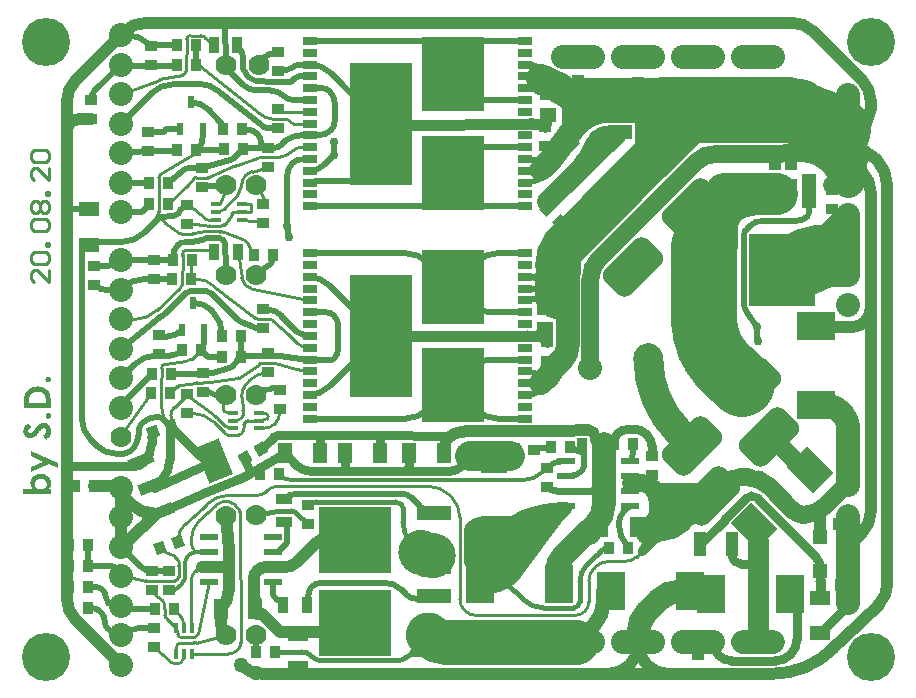
<source format=gbr>
%TF.GenerationSoftware,Altium Limited,Altium Designer,20.0.13 (296)*%
G04 Layer_Physical_Order=1*
G04 Layer_Color=255*
%FSLAX45Y45*%
%MOMM*%
%TF.FileFunction,Copper,L1,Top,Signal*%
%TF.Part,Single*%
G01*
G75*
%TA.AperFunction,Conductor*%
%ADD10C,0.50800*%
%ADD11C,1.01600*%
%ADD12C,0.76200*%
%ADD13C,1.77800*%
%ADD14C,0.38100*%
%ADD15C,2.03200*%
%ADD16C,0.25400*%
%ADD17C,3.81000*%
%ADD18C,5.58800*%
%ADD19C,1.52400*%
%ADD20C,0.55880*%
%ADD21C,0.63500*%
%ADD22C,1.27000*%
%ADD23C,2.54000*%
%ADD24C,0.30480*%
%ADD25C,5.08000*%
%ADD26C,0.88900*%
%ADD27C,3.04800*%
%ADD28C,0.33020*%
%TA.AperFunction,SMDPad,CuDef*%
%ADD29R,0.90000X1.00000*%
%ADD30R,1.00000X0.90000*%
%ADD31R,0.95000X1.45000*%
%ADD32R,0.60000X1.00000*%
%ADD33R,0.95000X0.40000*%
%ADD34R,1.80000X1.15000*%
%ADD35R,1.00000X0.95000*%
G04:AMPARAMS|DCode=36|XSize=0.95mm|YSize=1mm|CornerRadius=0mm|HoleSize=0mm|Usage=FLASHONLY|Rotation=20.000|XOffset=0mm|YOffset=0mm|HoleType=Round|Shape=Rectangle|*
%AMROTATEDRECTD36*
4,1,4,-0.27534,-0.63231,-0.61736,0.30739,0.27534,0.63231,0.61736,-0.30739,-0.27534,-0.63231,0.0*
%
%ADD36ROTATEDRECTD36*%

G04:AMPARAMS|DCode=37|XSize=2.15mm|YSize=0.95mm|CornerRadius=0mm|HoleSize=0mm|Usage=FLASHONLY|Rotation=22.000|XOffset=0mm|YOffset=0mm|HoleType=Round|Shape=Rectangle|*
%AMROTATEDRECTD37*
4,1,4,-0.81879,-0.84311,-1.17466,0.03771,0.81879,0.84311,1.17466,-0.03771,-0.81879,-0.84311,0.0*
%
%ADD37ROTATEDRECTD37*%

G04:AMPARAMS|DCode=38|XSize=3.25mm|YSize=2.15mm|CornerRadius=0mm|HoleSize=0mm|Usage=FLASHONLY|Rotation=112.000|XOffset=0mm|YOffset=0mm|HoleType=Round|Shape=Rectangle|*
%AMROTATEDRECTD38*
4,1,4,1.60546,-1.10397,-0.38799,-1.90938,-1.60546,1.10397,0.38799,1.90938,1.60546,-1.10397,0.0*
%
%ADD38ROTATEDRECTD38*%

%ADD39R,1.30000X0.66500*%
%ADD40R,5.25000X6.23000*%
%ADD41R,5.25000X10.30000*%
%ADD42R,1.55000X0.60000*%
G04:AMPARAMS|DCode=43|XSize=0.9mm|YSize=1mm|CornerRadius=0mm|HoleSize=0mm|Usage=FLASHONLY|Rotation=20.000|XOffset=0mm|YOffset=0mm|HoleType=Round|Shape=Rectangle|*
%AMROTATEDRECTD43*
4,1,4,-0.25185,-0.62376,-0.59387,0.31594,0.25185,0.62376,0.59387,-0.31594,-0.25185,-0.62376,0.0*
%
%ADD43ROTATEDRECTD43*%

%ADD44R,0.40000X0.95000*%
%ADD45R,1.30000X1.80000*%
%ADD46R,0.95000X1.40000*%
%ADD47R,1.80000X1.30000*%
%ADD48R,0.95000X1.00000*%
G04:AMPARAMS|DCode=49|XSize=0.95mm|YSize=1mm|CornerRadius=0mm|HoleSize=0mm|Usage=FLASHONLY|Rotation=210.000|XOffset=0mm|YOffset=0mm|HoleType=Round|Shape=Rectangle|*
%AMROTATEDRECTD49*
4,1,4,0.16136,0.67051,0.66136,-0.19551,-0.16136,-0.67051,-0.66136,0.19551,0.16136,0.67051,0.0*
%
%ADD49ROTATEDRECTD49*%

%ADD50R,1.15000X1.80000*%
%ADD51R,1.40000X0.95000*%
%ADD52R,6.10000X5.55000*%
%ADD53R,2.85000X1.25000*%
%ADD54R,2.45000X3.20000*%
%ADD55R,2.20000X1.60000*%
%ADD56R,1.14000X2.03000*%
%ADD57R,1.20000X1.20000*%
%ADD58R,1.20000X1.20000*%
G04:AMPARAMS|DCode=59|XSize=3.2mm|YSize=2.45mm|CornerRadius=0mm|HoleSize=0mm|Usage=FLASHONLY|Rotation=315.000|XOffset=0mm|YOffset=0mm|HoleType=Round|Shape=Rectangle|*
%AMROTATEDRECTD59*
4,1,4,-1.99758,0.26517,-0.26517,1.99758,1.99758,-0.26517,0.26517,-1.99758,-1.99758,0.26517,0.0*
%
%ADD59ROTATEDRECTD59*%

%ADD60R,3.20000X2.45000*%
%ADD61R,1.25000X2.85000*%
%ADD62R,5.55000X6.10000*%
G04:AMPARAMS|DCode=63|XSize=0.95mm|YSize=1mm|CornerRadius=0mm|HoleSize=0mm|Usage=FLASHONLY|Rotation=135.000|XOffset=0mm|YOffset=0mm|HoleType=Round|Shape=Rectangle|*
%AMROTATEDRECTD63*
4,1,4,0.68943,0.01768,-0.01768,-0.68943,-0.68943,-0.01768,0.01768,0.68943,0.68943,0.01768,0.0*
%
%ADD63ROTATEDRECTD63*%

G04:AMPARAMS|DCode=64|XSize=1.15mm|YSize=1.8mm|CornerRadius=0mm|HoleSize=0mm|Usage=FLASHONLY|Rotation=135.000|XOffset=0mm|YOffset=0mm|HoleType=Round|Shape=Rectangle|*
%AMROTATEDRECTD64*
4,1,4,1.04298,0.22981,-0.22981,-1.04298,-1.04298,-0.22981,0.22981,1.04298,1.04298,0.22981,0.0*
%
%ADD64ROTATEDRECTD64*%

%ADD65R,1.45000X1.15000*%
%TA.AperFunction,Conductor*%
%ADD66C,2.79400*%
%ADD67C,3.55600*%
%TA.AperFunction,NonConductor*%
%ADD68C,0.25400*%
%TA.AperFunction,ComponentPad*%
%ADD69C,2.03200*%
%ADD70C,1.77800*%
G04:AMPARAMS|DCode=71|XSize=1.524mm|YSize=2.032mm|CornerRadius=0mm|HoleSize=0mm|Usage=FLASHONLY|Rotation=135.000|XOffset=0mm|YOffset=0mm|HoleType=Round|Shape=Round|*
%AMOVALD71*
21,1,0.50800,1.52400,0.00000,0.00000,225.0*
1,1,1.52400,0.17961,0.17961*
1,1,1.52400,-0.17961,-0.17961*
%
%ADD71OVALD71*%

G04:AMPARAMS|DCode=72|XSize=5.08mm|YSize=3.048mm|CornerRadius=0.762mm|HoleSize=0mm|Usage=FLASHONLY|Rotation=45.000|XOffset=0mm|YOffset=0mm|HoleType=Round|Shape=RoundedRectangle|*
%AMROUNDEDRECTD72*
21,1,5.08000,1.52400,0,0,45.0*
21,1,3.55600,3.04800,0,0,45.0*
1,1,1.52400,1.79605,0.71842*
1,1,1.52400,-0.71842,-1.79605*
1,1,1.52400,-1.79605,-0.71842*
1,1,1.52400,0.71842,1.79605*
%
%ADD72ROUNDEDRECTD72*%
%TA.AperFunction,ViaPad*%
%ADD73C,4.06400*%
%ADD74C,0.76200*%
%ADD75C,1.27000*%
G36*
X8298665Y6955526D02*
X8302000Y6952483D01*
Y6946900D01*
X8404900D01*
Y6921500D01*
X8302000D01*
Y6878800D01*
X8403507D01*
X8409162Y6867428D01*
X8001323Y6328534D01*
X7976676Y6309032D01*
X7925275Y6272849D01*
X7871930Y6239600D01*
X7832727Y6218117D01*
X7821800Y6224589D01*
Y6261100D01*
X7673900D01*
Y6286500D01*
X7821800D01*
Y6335374D01*
X7834500Y6339226D01*
X7840919Y6329619D01*
X7861924Y6315584D01*
X7874000Y6313182D01*
Y6375400D01*
Y6437618D01*
X7861924Y6435216D01*
X7840919Y6421181D01*
X7834500Y6411574D01*
X7821800Y6415426D01*
Y6446856D01*
X7834500Y6456374D01*
X7838280Y6455622D01*
Y6517840D01*
X7850980D01*
Y6530540D01*
X7913198D01*
X7912470Y6534200D01*
X7922046Y6546900D01*
X7933200D01*
Y6639600D01*
X7797800D01*
Y6665000D01*
X7933200D01*
Y6757700D01*
X7804931D01*
X7801083Y6769803D01*
X7830712Y6790760D01*
X7891067Y6827775D01*
X7953715Y6860762D01*
X8018387Y6889579D01*
X8084806Y6914103D01*
X8152687Y6934227D01*
X8221740Y6949867D01*
X8289300Y6960579D01*
X8298665Y6955526D01*
D02*
G37*
G36*
X4025057Y8028551D02*
X4027525Y8027846D01*
X4030345Y8027141D01*
X4033165Y8025730D01*
X4035986Y8023968D01*
X4038806Y8021500D01*
X4039159Y8021147D01*
X4039864Y8020090D01*
X4040922Y8018679D01*
X4041979Y8016917D01*
X4043389Y8014449D01*
X4044447Y8011276D01*
X4045152Y8008103D01*
X4045505Y8004577D01*
Y8002815D01*
X4045152Y8001052D01*
X4044800Y7998937D01*
X4043742Y7996116D01*
X4042684Y7993296D01*
X4040922Y7990475D01*
X4038806Y7987655D01*
X4038454Y7987302D01*
X4037396Y7986597D01*
X4035986Y7985540D01*
X4033871Y7984129D01*
X4031403Y7982719D01*
X4028582Y7981661D01*
X4025057Y7980956D01*
X4021531Y7980604D01*
X4021179D01*
X4019768D01*
X4018006Y7980956D01*
X4015538Y7981661D01*
X4013070Y7982367D01*
X4010250Y7983424D01*
X4007429Y7985187D01*
X4004609Y7987655D01*
X4004256Y7988007D01*
X4003551Y7989065D01*
X4002493Y7990475D01*
X4001083Y7992591D01*
X3999673Y7995058D01*
X3998615Y7997879D01*
X3997910Y8001052D01*
X3997558Y8004577D01*
Y8006340D01*
X3997910Y8008103D01*
X3998263Y8010571D01*
X3999320Y8013039D01*
X4000378Y8015859D01*
X4002141Y8018679D01*
X4004609Y8021500D01*
X4004961Y8021852D01*
X4006019Y8022557D01*
X4007429Y8023968D01*
X4009192Y8025378D01*
X4011660Y8026436D01*
X4014833Y8027846D01*
X4018006Y8028551D01*
X4021531Y8028903D01*
X4021884D01*
X4023294D01*
X4025057Y8028551D01*
D02*
G37*
G36*
X3938329Y7944996D02*
X3941149D01*
X3947495Y7944291D01*
X3954899Y7943233D01*
X3963008Y7941471D01*
X3971116Y7939355D01*
X3979578Y7936535D01*
X3979930D01*
X3980635Y7936182D01*
X3981693Y7935477D01*
X3983103Y7934772D01*
X3987334Y7933009D01*
X3992269Y7930189D01*
X3997910Y7926663D01*
X4004256Y7922785D01*
X4010250Y7917850D01*
X4015890Y7912561D01*
X4016595Y7911856D01*
X4018358Y7910093D01*
X4020826Y7906920D01*
X4023647Y7902690D01*
X4027172Y7897754D01*
X4030345Y7892113D01*
X4033518Y7886120D01*
X4035986Y7879421D01*
Y7879069D01*
X4036338Y7878716D01*
Y7877659D01*
X4036691Y7875896D01*
X4037043Y7874133D01*
X4037749Y7871665D01*
X4038101Y7868492D01*
X4038454Y7865319D01*
X4039159Y7861089D01*
X4039511Y7856858D01*
X4039864Y7851570D01*
X4040569Y7846281D01*
X4040922Y7839936D01*
Y7833237D01*
X4041274Y7825833D01*
Y7766605D01*
X3815641D01*
Y7821955D01*
X3815993Y7825481D01*
Y7829359D01*
X3816346Y7834295D01*
X3816698Y7839230D01*
X3817051Y7844871D01*
X3818814Y7856858D01*
X3820929Y7868845D01*
X3822339Y7874838D01*
X3823750Y7880479D01*
X3825865Y7885767D01*
X3827980Y7890350D01*
Y7890703D01*
X3828685Y7891408D01*
X3829390Y7892818D01*
X3830448Y7894229D01*
X3831506Y7896344D01*
X3833268Y7898812D01*
X3837499Y7904453D01*
X3843140Y7910446D01*
X3849838Y7917144D01*
X3858300Y7923843D01*
X3862883Y7927016D01*
X3867819Y7929836D01*
X3868171Y7930189D01*
X3868876Y7930541D01*
X3870639Y7931247D01*
X3872754Y7932304D01*
X3875222Y7933362D01*
X3878395Y7934772D01*
X3881921Y7936182D01*
X3885799Y7937592D01*
X3890382Y7939003D01*
X3895318Y7940413D01*
X3900606Y7941823D01*
X3906247Y7942881D01*
X3918233Y7944643D01*
X3924932Y7945349D01*
X3931630D01*
X3931983D01*
X3932688D01*
X3934098D01*
X3935861D01*
X3938329Y7944996D01*
D02*
G37*
G36*
X4025057Y7720773D02*
X4027525Y7720068D01*
X4030345Y7719363D01*
X4033165Y7717953D01*
X4035986Y7716190D01*
X4038806Y7713722D01*
X4039159Y7713369D01*
X4039864Y7712312D01*
X4040922Y7710902D01*
X4041979Y7709139D01*
X4043389Y7706671D01*
X4044447Y7703498D01*
X4045152Y7700325D01*
X4045505Y7696799D01*
Y7695037D01*
X4045152Y7693274D01*
X4044800Y7691159D01*
X4043742Y7688338D01*
X4042684Y7685518D01*
X4040922Y7682697D01*
X4038806Y7679877D01*
X4038454Y7679524D01*
X4037396Y7678819D01*
X4035986Y7677762D01*
X4033871Y7676351D01*
X4031403Y7674941D01*
X4028582Y7673884D01*
X4025057Y7673178D01*
X4021531Y7672826D01*
X4021179D01*
X4019768D01*
X4018006Y7673178D01*
X4015538Y7673884D01*
X4013070Y7674589D01*
X4010250Y7675646D01*
X4007429Y7677409D01*
X4004609Y7679877D01*
X4004256Y7680229D01*
X4003551Y7681287D01*
X4002493Y7682697D01*
X4001083Y7684813D01*
X3999673Y7687281D01*
X3998615Y7690101D01*
X3997910Y7693274D01*
X3997558Y7696799D01*
Y7698562D01*
X3997910Y7700325D01*
X3998263Y7702793D01*
X3999320Y7705261D01*
X4000378Y7708081D01*
X4002141Y7710902D01*
X4004609Y7713722D01*
X4004961Y7714074D01*
X4006019Y7714780D01*
X4007429Y7716190D01*
X4009192Y7717600D01*
X4011660Y7718658D01*
X4014833Y7720068D01*
X4018006Y7720773D01*
X4021531Y7721126D01*
X4021884D01*
X4023294D01*
X4025057Y7720773D01*
D02*
G37*
G36*
X3988039Y7637218D02*
X3990507Y7636866D01*
X3992974Y7636513D01*
X3999320Y7635103D01*
X4006724Y7632988D01*
X4014128Y7629462D01*
X4018006Y7627347D01*
X4021884Y7624526D01*
X4025409Y7621706D01*
X4028935Y7618180D01*
X4029287Y7617828D01*
X4029640Y7617475D01*
X4030698Y7616065D01*
X4031755Y7614655D01*
X4033165Y7612892D01*
X4034576Y7610424D01*
X4036338Y7607956D01*
X4037749Y7604783D01*
X4039511Y7601258D01*
X4041274Y7597732D01*
X4044095Y7588919D01*
X4046210Y7579047D01*
X4046562Y7573759D01*
X4046915Y7568118D01*
Y7565650D01*
X4046562Y7564240D01*
Y7562125D01*
X4046210Y7559657D01*
X4045505Y7554016D01*
X4044095Y7547317D01*
X4041979Y7540266D01*
X4039159Y7533215D01*
X4035281Y7526164D01*
Y7525812D01*
X4034576Y7525459D01*
X4033165Y7523344D01*
X4029992Y7519818D01*
X4026114Y7515940D01*
X4020826Y7511005D01*
X4014480Y7506069D01*
X4006724Y7500781D01*
X3997910Y7495845D01*
X3976052Y7531805D01*
X3976405Y7532158D01*
X3977462Y7532510D01*
X3978872Y7533568D01*
X3980635Y7534626D01*
X3985571Y7538151D01*
X3990859Y7542734D01*
X3996500Y7548022D01*
X4001436Y7554368D01*
X4003198Y7557894D01*
X4004609Y7561419D01*
X4005666Y7565298D01*
X4006019Y7569176D01*
Y7570938D01*
X4005666Y7573054D01*
X4005314Y7575522D01*
X4004609Y7578342D01*
X4003198Y7581515D01*
X4001788Y7584688D01*
X3999673Y7587508D01*
X3999320Y7587861D01*
X3998615Y7588566D01*
X3997205Y7589976D01*
X3995442Y7591386D01*
X3993327Y7592797D01*
X3990859Y7594207D01*
X3988039Y7594912D01*
X3984866Y7595264D01*
X3984513D01*
X3983456D01*
X3982045Y7594912D01*
X3979930Y7594559D01*
X3977815Y7593854D01*
X3975347Y7592797D01*
X3972526Y7591386D01*
X3969706Y7589271D01*
X3969354Y7588919D01*
X3968296Y7588213D01*
X3966533Y7586451D01*
X3963713Y7583983D01*
X3960540Y7580810D01*
X3956309Y7576579D01*
X3951726Y7571291D01*
X3946085Y7564592D01*
X3945733Y7564240D01*
X3944675Y7562830D01*
X3943265Y7561067D01*
X3941149Y7558599D01*
X3938681Y7555779D01*
X3935861Y7552253D01*
X3929163Y7544850D01*
X3921759Y7536741D01*
X3914003Y7528985D01*
X3910125Y7525459D01*
X3906599Y7521934D01*
X3903074Y7519113D01*
X3899901Y7516998D01*
X3899548D01*
X3899196Y7516645D01*
X3897080Y7515235D01*
X3893907Y7513825D01*
X3889677Y7511710D01*
X3884741Y7509947D01*
X3879100Y7508184D01*
X3873107Y7506774D01*
X3867113Y7506421D01*
X3866761D01*
X3866056D01*
X3864998D01*
X3863235Y7506774D01*
X3861120Y7507126D01*
X3859005Y7507479D01*
X3853364Y7508537D01*
X3847018Y7510652D01*
X3840319Y7513825D01*
X3836794Y7515940D01*
X3833621Y7518408D01*
X3830095Y7520876D01*
X3826922Y7524049D01*
X3826570Y7524402D01*
X3826217Y7524754D01*
X3825512Y7525812D01*
X3824102Y7527222D01*
X3823044Y7528985D01*
X3821634Y7531100D01*
X3818461Y7536388D01*
X3815288Y7542734D01*
X3812468Y7550138D01*
X3810705Y7558599D01*
X3810353Y7563182D01*
X3810000Y7568118D01*
Y7570938D01*
X3810353Y7574111D01*
X3811058Y7578342D01*
X3812115Y7583278D01*
X3813526Y7588919D01*
X3815288Y7594559D01*
X3818109Y7600200D01*
Y7600553D01*
X3818461Y7600905D01*
X3819519Y7603021D01*
X3821634Y7606194D01*
X3824455Y7610072D01*
X3828333Y7615360D01*
X3833268Y7621001D01*
X3839614Y7626994D01*
X3846665Y7633693D01*
X3874870Y7601610D01*
X3874517Y7601258D01*
X3873812Y7600905D01*
X3872754Y7599848D01*
X3871344Y7598790D01*
X3867466Y7595617D01*
X3863235Y7591034D01*
X3859005Y7586098D01*
X3855127Y7580457D01*
X3853716Y7577284D01*
X3852659Y7574111D01*
X3851954Y7570938D01*
X3851601Y7567765D01*
Y7566355D01*
X3851954Y7564945D01*
X3852306Y7562830D01*
X3853364Y7558247D01*
X3854774Y7556131D01*
X3856184Y7554016D01*
X3856537Y7553663D01*
X3856889Y7553311D01*
X3859005Y7551548D01*
X3862530Y7549433D01*
X3864293Y7549080D01*
X3866408Y7548728D01*
X3866761D01*
X3867466D01*
X3868524Y7549080D01*
X3869934D01*
X3873459Y7550138D01*
X3877337Y7552253D01*
X3877690Y7552606D01*
X3878748Y7553663D01*
X3880510Y7555426D01*
X3883331Y7558247D01*
X3887209Y7562125D01*
X3889677Y7564945D01*
X3892497Y7567765D01*
X3895318Y7570938D01*
X3898491Y7574816D01*
X3902369Y7579047D01*
X3906247Y7583630D01*
X3906599Y7583983D01*
X3906952Y7584688D01*
X3908009Y7586098D01*
X3909420Y7587508D01*
X3912945Y7591739D01*
X3917176Y7596675D01*
X3921406Y7601963D01*
X3925637Y7606546D01*
X3929515Y7610777D01*
X3930925Y7612540D01*
X3931983Y7613597D01*
X3932688Y7614302D01*
X3934098Y7615712D01*
X3936566Y7618180D01*
X3940092Y7620648D01*
X3943970Y7623821D01*
X3948200Y7626994D01*
X3952431Y7629462D01*
X3957014Y7631930D01*
X3957719Y7632282D01*
X3959129Y7632988D01*
X3961597Y7633693D01*
X3964770Y7634750D01*
X3968648Y7635808D01*
X3973232Y7636866D01*
X3978167Y7637218D01*
X3983456Y7637571D01*
X3983808D01*
X3984513D01*
X3986276D01*
X3988039Y7637218D01*
D02*
G37*
G36*
X4102266Y7294185D02*
Y7250821D01*
X4028582Y7285019D01*
X3874517Y7221559D01*
Y7264571D01*
X3978520Y7307582D01*
X3874517Y7355177D01*
Y7398540D01*
X4102266Y7294185D01*
D02*
G37*
G36*
X3964418Y7206047D02*
X3967591Y7205695D01*
X3971469Y7204989D01*
X3975699Y7204284D01*
X3979930Y7203579D01*
X3989802Y7200759D01*
X3995090Y7198643D01*
X4000378Y7196528D01*
X4005314Y7193708D01*
X4010602Y7190535D01*
X4015538Y7187009D01*
X4020474Y7182779D01*
X4020826Y7182426D01*
X4021531Y7181721D01*
X4022941Y7180311D01*
X4024352Y7178548D01*
X4026114Y7176433D01*
X4028230Y7173612D01*
X4030698Y7170439D01*
X4032813Y7166914D01*
X4035281Y7163036D01*
X4037749Y7158805D01*
X4041627Y7149286D01*
X4043037Y7143998D01*
X4044447Y7138357D01*
X4045152Y7132716D01*
X4045505Y7126723D01*
Y7124255D01*
X4045152Y7121435D01*
X4044800Y7117909D01*
X4044447Y7113678D01*
X4043389Y7109095D01*
X4042332Y7104512D01*
X4040569Y7099576D01*
X4040216Y7098871D01*
X4039511Y7097461D01*
X4038101Y7094993D01*
X4036338Y7091820D01*
X4034223Y7088295D01*
X4031050Y7084064D01*
X4027877Y7079833D01*
X4023647Y7075250D01*
X4041274D01*
Y7033297D01*
X3810000D01*
Y7075250D01*
X3893202D01*
X3892850Y7075603D01*
X3891440Y7077366D01*
X3889324Y7079481D01*
X3886504Y7082654D01*
X3884036Y7086179D01*
X3880863Y7090410D01*
X3878395Y7094641D01*
X3875927Y7099576D01*
X3875575Y7100281D01*
X3874870Y7102044D01*
X3874164Y7104512D01*
X3873107Y7108038D01*
X3872049Y7112268D01*
X3870991Y7117204D01*
X3870639Y7122492D01*
X3870286Y7127781D01*
Y7130953D01*
X3870639Y7133421D01*
X3870991Y7136242D01*
X3871697Y7139415D01*
X3872402Y7142940D01*
X3873459Y7147171D01*
X3874517Y7151401D01*
X3876280Y7155632D01*
X3878395Y7160568D01*
X3880510Y7165151D01*
X3883683Y7169734D01*
X3886856Y7174670D01*
X3890734Y7179253D01*
X3894965Y7183484D01*
X3895318Y7183836D01*
X3896023Y7184541D01*
X3897433Y7185599D01*
X3899548Y7187009D01*
X3902016Y7188772D01*
X3904836Y7190887D01*
X3908362Y7192650D01*
X3912240Y7195118D01*
X3916471Y7197233D01*
X3921406Y7198996D01*
X3926342Y7201111D01*
X3931983Y7202874D01*
X3938329Y7204284D01*
X3944675Y7205342D01*
X3951373Y7206047D01*
X3958424Y7206400D01*
X3958777D01*
X3960187D01*
X3961950D01*
X3964418Y7206047D01*
D02*
G37*
%LPC*%
G36*
X7913198Y6505140D02*
X7863680D01*
Y6455622D01*
X7875757Y6458024D01*
X7896761Y6472059D01*
X7910796Y6493064D01*
X7913198Y6505140D01*
D02*
G37*
G36*
X7899400Y6437618D02*
Y6388100D01*
X7948918D01*
X7946516Y6400176D01*
X7932481Y6421181D01*
X7911476Y6435216D01*
X7899400Y6437618D01*
D02*
G37*
G36*
X7948918Y6362700D02*
X7899400D01*
Y6313182D01*
X7911476Y6315584D01*
X7932481Y6329619D01*
X7946516Y6350624D01*
X7948918Y6362700D01*
D02*
G37*
G36*
X3930925Y7902337D02*
X3930573D01*
X3929515D01*
X3927400D01*
X3924932Y7901985D01*
X3922112Y7901632D01*
X3918586Y7901280D01*
X3914708Y7900574D01*
X3910477Y7899869D01*
X3901664Y7897402D01*
X3897080Y7895639D01*
X3892497Y7893876D01*
X3887914Y7891408D01*
X3883683Y7888588D01*
X3879453Y7885415D01*
X3875575Y7881889D01*
X3875222Y7881537D01*
X3874870Y7881184D01*
X3873812Y7880126D01*
X3872754Y7878364D01*
X3871344Y7876601D01*
X3869934Y7874133D01*
X3868171Y7871313D01*
X3866408Y7867787D01*
X3864998Y7863909D01*
X3863235Y7859678D01*
X3861825Y7855095D01*
X3860415Y7849807D01*
X3859357Y7844166D01*
X3858300Y7837820D01*
X3857947Y7831122D01*
X3857595Y7823718D01*
Y7809264D01*
X3999320D01*
Y7833942D01*
X3998968Y7836410D01*
Y7839230D01*
X3998615Y7845576D01*
X3997558Y7852627D01*
X3996500Y7859678D01*
X3994737Y7866377D01*
X3993680Y7869197D01*
X3992622Y7872018D01*
X3992269Y7872723D01*
X3991212Y7874133D01*
X3989802Y7876601D01*
X3987334Y7879774D01*
X3984161Y7883299D01*
X3980283Y7886825D01*
X3975699Y7890350D01*
X3970059Y7893876D01*
X3969706D01*
X3969354Y7894229D01*
X3967238Y7895286D01*
X3963713Y7896696D01*
X3959129Y7898107D01*
X3953489Y7899517D01*
X3946790Y7900927D01*
X3939387Y7901985D01*
X3930925Y7902337D01*
D02*
G37*
G36*
X3957719Y7164798D02*
X3957367D01*
X3956662D01*
X3955604D01*
X3954194Y7164446D01*
X3950316Y7164093D01*
X3945380Y7163036D01*
X3939739Y7161626D01*
X3933746Y7159158D01*
X3927752Y7155985D01*
X3922464Y7151754D01*
X3921759Y7151049D01*
X3920349Y7149286D01*
X3918233Y7146466D01*
X3915413Y7142940D01*
X3912945Y7138005D01*
X3910830Y7132716D01*
X3909420Y7126370D01*
X3908715Y7119319D01*
Y7117557D01*
X3909067Y7116146D01*
X3909420Y7112268D01*
X3910477Y7107685D01*
X3911888Y7102749D01*
X3914355Y7097108D01*
X3917881Y7091820D01*
X3922464Y7086532D01*
X3923169Y7085827D01*
X3924932Y7084417D01*
X3927752Y7082301D01*
X3931983Y7080186D01*
X3936919Y7077718D01*
X3942912Y7075603D01*
X3949963Y7074193D01*
X3957719Y7073488D01*
X3958072D01*
X3958777D01*
X3959835D01*
X3961245Y7073840D01*
X3965475Y7074193D01*
X3970411Y7075250D01*
X3976405Y7076660D01*
X3982398Y7079128D01*
X3988039Y7082301D01*
X3993680Y7086532D01*
X3994385Y7087237D01*
X3995795Y7089000D01*
X3997910Y7091820D01*
X4000378Y7095698D01*
X4002846Y7100281D01*
X4004961Y7105922D01*
X4006371Y7112268D01*
X4007077Y7119319D01*
Y7121082D01*
X4006724Y7122492D01*
X4006371Y7126018D01*
X4005314Y7130601D01*
X4003551Y7135537D01*
X4001436Y7140825D01*
X3997910Y7146113D01*
X3993327Y7151401D01*
X3992622Y7152107D01*
X3990859Y7153517D01*
X3987686Y7155632D01*
X3983456Y7158100D01*
X3978520Y7160568D01*
X3972174Y7162683D01*
X3965475Y7164093D01*
X3957719Y7164798D01*
D02*
G37*
%LPD*%
D10*
X10018534Y8355765D02*
G03*
X10029966Y8328166I39031J0D01*
G01*
X6035770Y10029900D02*
G03*
X6012488Y10009809I124930J-168304D01*
G01*
X6416040Y10116820D02*
G03*
X6446520Y10190405I-73585J73585D01*
G01*
X6160700Y10071200D02*
G03*
X6035770Y10029900I0J-209603D01*
G01*
X5928387Y9964400D02*
G03*
X6002020Y9994900I0J104133D01*
G01*
X6305903Y10071200D02*
G03*
X6416040Y10116820I0J155757D01*
G01*
X10356380Y9347200D02*
G03*
X10448362Y9385300I0J130082D01*
G01*
X10058400Y9347200D02*
G03*
X9971679Y9311279I0J-122642D01*
G01*
X9944100Y9283700D02*
G03*
X9939133Y9278422I84256J-84256D01*
G01*
D02*
G03*
X9912980Y9237100I19567J-41321D01*
G01*
Y9229219D02*
G03*
X9909200Y9199444I115376J-29775D01*
G01*
Y8662017D02*
G03*
X9912980Y8627169I162517J0D01*
G01*
X9920986Y8601254D02*
G03*
X9943405Y8562279I150730J60762D01*
G01*
X9912980Y8627100D02*
G03*
X9920986Y8601255I45720J0D01*
G01*
X6175809Y9871200D02*
G03*
X6088561Y9835061I0J-123388D01*
G01*
X6083278Y9829778D02*
G03*
X6045200Y9737818I92003J-91960D01*
G01*
X7580105Y8647690D02*
G03*
X7759710Y8573295I179605J179605D01*
G01*
X7647105Y7747690D02*
G03*
X7826710Y7673295I179605J179605D01*
G01*
X7759710Y8173295D02*
G03*
X7580105Y8098900I0J-254000D01*
G01*
X7049289Y7673295D02*
G03*
X7228895Y7747690I0J254000D01*
G01*
X4803359Y6420141D02*
G03*
X4902200Y6379200I98841J98841D01*
G01*
X6223000Y7873295D02*
G03*
X6402246Y7947541I0J253493D01*
G01*
Y8799049D02*
G03*
X6223000Y8873295I-179246J-179246D01*
G01*
X8157172Y9689775D02*
G03*
X8191500Y9715500I-72622J132675D01*
G01*
X6244933Y6244932D02*
G03*
X6230707Y6215927I36130J-35712D01*
G01*
X8176468Y10502431D02*
G03*
X8191500Y10515600I-92159J120361D01*
G01*
X5524500Y10644637D02*
G03*
X5544609Y10604156I50801J1D01*
G01*
X7048500Y6184900D02*
G03*
X7141930Y6146200I93430J93430D01*
G01*
X8187758Y10545800D02*
G03*
X8191500Y10547350I0J5293D01*
G01*
X8191500Y10629900D02*
G03*
X8091795Y10671199I-99705J-99705D01*
G01*
X8084308Y10471200D02*
G03*
X8176468Y10502431I0J151592D01*
G01*
X5665628Y10501121D02*
G03*
X5783980Y10452099I118352J118357D01*
G01*
X8191500Y9829800D02*
G03*
X8091552Y9871200I-99948J-99948D01*
G01*
X8123995Y8873295D02*
G03*
X8303600Y8947690I0J254000D01*
G01*
X8191500Y8835295D02*
G03*
X8099760Y8873295I-91740J-91740D01*
G01*
X8084550Y9671200D02*
G03*
X8157171Y9689774I0J151250D01*
G01*
X6019800Y10401300D02*
G03*
X5897158Y10452100I-122642J-122642D01*
G01*
X6019800Y10401300D02*
G03*
X6086674Y10373600I66874J66874D01*
G01*
X4873095Y10844405D02*
G03*
X4693490Y10918800I-179605J-179605D01*
G01*
X4901812Y10833100D02*
G03*
X4889500Y10828000I0J-17412D01*
G01*
X5517694Y9154538D02*
G03*
X5472000Y9198720I-45694J-1538D01*
G01*
X5524500Y8959810D02*
G03*
X5524463Y8961739I-50801J0D01*
G01*
X5179421Y9169400D02*
G03*
X5118100Y9144000I0J-86721D01*
G01*
D02*
G03*
X5076200Y9042844I101156J-101156D01*
G01*
X4922818Y9017000D02*
G03*
X4917400Y9014756I0J-7662D01*
G01*
X4371838Y9446400D02*
G03*
X4375500Y9447917I0J5179D01*
G01*
X4178300Y9469169D02*
G03*
X4229607Y9447917I51307J51307D01*
G01*
X4513566Y8963293D02*
G03*
X4635500Y9013800I0J172440D01*
G01*
X8076341Y8673295D02*
G03*
X8191500Y8720995I0J162859D01*
G01*
Y8022495D02*
G03*
X8068858Y8073295I-122642J-122642D01*
G01*
X8191500Y7971695D02*
G03*
X8187637Y7973295I-3863J-3863D01*
G01*
X8076583Y7873295D02*
G03*
X8191500Y7920895I0J162517D01*
G01*
X5524500Y7870095D02*
G03*
X5503266Y7861300I0J-30029D01*
G01*
X5409000Y7885308D02*
G03*
X5445726Y7870095I36726J36726D01*
G01*
X5409000Y7885308D02*
G03*
X5374978Y7899400I-34022J-34022D01*
G01*
X5503266Y7861300D02*
G03*
X5524500Y7870095I0J30029D01*
G01*
X5673390Y10631085D02*
G03*
X5780001Y10531614I130510J33011D01*
G01*
X6019000Y10522575D02*
G03*
X6023928Y10522841I0J45720D01*
G01*
X5916324Y10522654D02*
G03*
X5919000Y10522575I2676J45642D01*
G01*
X5780001Y10531614D02*
G03*
X5795815Y10529718I23899J132482D01*
G01*
X6414946Y10596954D02*
G03*
X6235700Y10671200I-179246J-179246D01*
G01*
X6152346D02*
G03*
X6083300Y10642600I0J-97646D01*
G01*
X6042624Y10625752D02*
G03*
X6083300Y10642600I0J57524D01*
G01*
X5999072Y10625752D02*
G03*
X5969000Y10613295I0J-42529D01*
G01*
X5969061Y10613357D02*
G03*
X5969000Y10613295I78412J-78535D01*
G01*
X6145284Y10571200D02*
G03*
X6112705Y10557705I0J-46074D01*
G01*
X6070129Y10522873D02*
G03*
X6083280Y10528280I0J18698D01*
G01*
X6024209Y10522870D02*
G03*
X6024233Y10522873I-5426J50510D01*
G01*
X5670194Y10679759D02*
G03*
X5673390Y10631085I133706J-15663D01*
G01*
X6023930Y10522841D02*
G03*
X6024202Y10522870I-5203J50534D01*
G01*
X6446520Y10340234D02*
G03*
X6403340Y10444480I-147426J0D01*
G01*
D02*
G03*
X6338833Y10471200I-64507J-64507D01*
G01*
X5823924Y10004798D02*
G03*
X5791200Y10083800I-111725J0D01*
G01*
D02*
G03*
X5699218Y10121900I-91982J-91982D01*
G01*
X5563010Y9862189D02*
G03*
X5585262Y9874404I-10010J44611D01*
G01*
X5211424Y9795500D02*
G03*
X5179280Y9784037I0J-50801D01*
G01*
X8386428Y7315200D02*
G03*
X8242300Y7255500I0J-203828D01*
G01*
X6119507Y7035800D02*
G03*
X6019800Y6994500I0J-141007D01*
G01*
X10448362Y9385300D02*
G03*
X10464200Y9423537I-38237J38237D01*
G01*
X4411669Y10444968D02*
G03*
X4380437Y10369568I75401J-75401D01*
G01*
X4381500Y10367000D02*
G03*
X4380437Y10369568I-3631J0D01*
G01*
X5092030Y10660350D02*
G03*
X5110500Y10668000I0J26120D01*
G01*
X4500500Y5953348D02*
G03*
X4584098Y5869750I83598J0D01*
G01*
X4603750D02*
G03*
X4635500Y5838000I31750J0D01*
G01*
X4635500Y6338000D02*
G03*
X4547300Y6426200I-88200J0D01*
G01*
X4635500Y6088000D02*
G03*
X4708168Y6057900I72668J72668D01*
G01*
X4508500Y6159500D02*
G03*
X4419600Y6248400I-88900J0D01*
G01*
X4508500Y6159500D02*
G03*
X4580000Y6088000I71500J0D01*
G01*
X4500500Y5953348D02*
G03*
X4383248Y6070600I-117252J0D01*
G01*
X4776973Y5896600D02*
G03*
X4635500Y5838000I0J-200073D01*
G01*
X7826710Y9073295D02*
G03*
X7647105Y8998900I0J-254000D01*
G01*
X7228895D02*
G03*
X7049289Y9073295I-179605J-179605D01*
G01*
X6235700Y9771200D02*
G03*
X6352452Y9819552I0J165132D01*
G01*
X8534400Y7226300D02*
G03*
X8559800Y7287621I-61321J61321D01*
G01*
X8442418Y7188200D02*
G03*
X8534400Y7226300I0J130082D01*
G01*
X8944900Y7315200D02*
G03*
X8970000Y7375798I-60598J60598D01*
G01*
X5916700Y7928577D02*
G03*
X5778500Y7870095I3043J-199725D01*
G01*
X5919720Y7928600D02*
G03*
X5916700Y7928577I23J-199748D01*
G01*
X5981700Y7915900D02*
G03*
X5951095Y7928577I-30605J-30605D01*
G01*
X8559800Y7440465D02*
G03*
X8551180Y7468776I-50801J0D01*
G01*
X8502984Y7398234D02*
G03*
X8559800Y7374700I56816J56816D01*
G01*
X8496550Y7404668D02*
G03*
X8436600Y7429500I-59950J-59950D01*
G01*
X8890008Y6879309D02*
G03*
X8851900Y6787307I92002J-92002D01*
G01*
Y6773298D02*
G03*
X8926295Y6593693I254000J0D01*
G01*
X4648294Y9169400D02*
G03*
X4827899Y9243795I0J254000D01*
G01*
X4831666Y8854756D02*
G03*
X4652061Y8780361I0J-254000D01*
G01*
X5072400Y8851900D02*
G03*
X5065505Y8854756I-6894J-6894D01*
G01*
X4429002Y8795298D02*
G03*
X4505045Y8763800I76044J76044D01*
G01*
X4429002Y8795298D02*
G03*
X4409700Y8803293I-19302J-19302D01*
G01*
X4424327Y9169400D02*
G03*
X4368800Y9146400I0J-78527D01*
G01*
X5400582Y8734518D02*
G03*
X5362482Y8750300I-38100J-38100D01*
G01*
X5019744Y8569326D02*
G03*
X5020056Y8569640I-41344J41274D01*
G01*
X5185304Y8736884D02*
G03*
X5183493Y8735133I34395J-37385D01*
G01*
X4965671Y8532271D02*
G03*
X4955809Y8526018I22094J-45745D01*
G01*
X5219700Y8750300D02*
G03*
X5185304Y8736884I0J-50801D01*
G01*
X4982898Y8540592D02*
G03*
X5010985Y8560566I-44755J92664D01*
G01*
X4982748Y7677346D02*
G03*
X4955500Y7688632I-27248J-27248D01*
G01*
X4948332D02*
G03*
X4813300Y7632700I0J-190965D01*
G01*
D02*
G03*
X4787900Y7571379I61321J-61321D01*
G01*
X4305300Y7674410D02*
G03*
X4379695Y7494805I254000J0D01*
G01*
X4432938Y7441562D02*
G03*
X4584700Y7378700I151762J151762D01*
G01*
X4616505Y7374367D02*
G03*
X4772156Y7480223I18995J139432D01*
G01*
X4584700Y7378700D02*
G03*
X4595160Y7374367I10460J10460D01*
G01*
X4894600Y7886700D02*
G03*
X4872067Y7877367I0J-31866D01*
G01*
X4653249Y7806649D02*
G03*
X4635500Y7763799I42850J-42850D01*
G01*
X4933870Y8206959D02*
G03*
X4754265Y8132564I0J-254000D01*
G01*
X5084474Y9391092D02*
G03*
X5115956Y9408376I-4494J45499D01*
G01*
X5316889Y8255000D02*
G03*
X5340100Y8311037I-56037J56037D01*
G01*
X5135310Y9427730D02*
G03*
X5139983Y9439014I-11284J11284D01*
G01*
X5194300Y9478000D02*
G03*
X5168149Y9467180I0J-37010D01*
G01*
X5291118Y9950450D02*
G03*
X5329700Y10060800I-138518J110350D01*
G01*
X5327400Y10117053D02*
G03*
X5329700Y10111500I7853J0D01*
G01*
X7090576Y7007100D02*
G03*
X7021288Y7035800I-69288J-69288D01*
G01*
X7168516Y6929160D02*
G03*
X7275763Y6884737I107246J107246D01*
G01*
X6332415Y6283200D02*
G03*
X6248400Y6248400I0J-118815D01*
G01*
X7006415Y6226985D02*
G03*
X6870700Y6283200I-135715J-135715D01*
G01*
X5995740Y8545720D02*
G03*
X5994506Y8546994I-37089J-34715D01*
G01*
X5994400Y8547100D02*
G03*
X5871758Y8597900I-122642J-122642D01*
G01*
X5673032Y10703985D02*
G03*
X5673390Y10710002I-50443J6017D01*
G01*
D02*
G03*
X5622125Y10833767I-175030J0D01*
G01*
X5892721Y8974172D02*
G03*
X5918676Y9044562I-19166J47047D01*
G01*
X5892721Y8974172D02*
G03*
X5814924Y8922519I88979J-218430D01*
G01*
X5628222Y8177396D02*
G03*
X5624557Y8173312I35921J-35922D01*
G01*
X5655300Y8191500D02*
G03*
X5651500Y8200674I-12974J0D01*
G01*
X5552228Y8097363D02*
G03*
X5575927Y8112846I-11928J44137D01*
G01*
X5405016Y8059400D02*
G03*
X5418269Y8061160I0J50801D01*
G01*
X5491500Y8369300D02*
G03*
X5486126Y8382274I-18348J0D01*
G01*
X5491500Y8392790D02*
G03*
X5417105Y8572395I-254000J0D01*
G01*
X5390100Y8599400D02*
G03*
X5269390Y8649400I-120710J-120710D01*
G01*
X5048490Y8206959D02*
G03*
X5152400Y8250000I0J146950D01*
G01*
X5843425Y10141655D02*
G03*
X5874810Y10130800I31385J39946D01*
G01*
X5448300Y10452100D02*
G03*
X5325658Y10502900I-122642J-122642D01*
G01*
X5023497Y8366959D02*
G03*
X5150100Y8419400I0J179043D01*
G01*
X5622805Y8512295D02*
G03*
X5639115Y8501439I35774J36068D01*
G01*
X5782946Y8441777D02*
G03*
X5802411Y8437900I19465J46924D01*
G01*
X6124708Y8408708D02*
G03*
X6145112Y8396179I33292J31337D01*
G01*
X6477000Y8455118D02*
G03*
X6438900Y8547100I-130082J0D01*
G01*
D02*
G03*
X6375659Y8573295I-63241J-63241D01*
G01*
X6425610Y8173295D02*
G03*
X6438900Y8178800I0J18795D01*
G01*
D02*
G03*
X6477000Y8270782I-91982J91982D01*
G01*
X5074811Y10502900D02*
G03*
X4895206Y10428505I0J-254000D01*
G01*
X5370914Y10293825D02*
G03*
X5232400Y10351200I-138514J-138514D01*
G01*
X5504200Y10121900D02*
G03*
X5476877Y10187863I-93285J0D01*
G01*
X4885700Y9652000D02*
G03*
X4845143Y9668799I-40557J-40557D01*
G01*
X5424859Y10829772D02*
G03*
X5434505Y10833767I0J13641D01*
G01*
X5969000Y10773295D02*
G03*
X5823547Y10713047I0J-205702D01*
G01*
X9943405Y8562279D02*
X9943405Y8562278D01*
X10018534Y8448530D01*
Y8355765D02*
Y8448530D01*
X6352452Y9819552D02*
X6438900Y9906000D01*
Y10010846D01*
X6002020Y9995525D02*
X6018895Y10013025D01*
X6002020Y9996150D02*
X6035770Y10029900D01*
X6002020Y9994900D02*
Y9996150D01*
X6045200Y9305283D02*
Y9737818D01*
Y9305283D02*
X6058409Y9212319D01*
X10058400Y9347200D02*
X10356380D01*
X9944100Y9283700D02*
X9971679Y9311279D01*
X9912980Y9229219D02*
Y9237100D01*
Y9229219D02*
Y9229219D01*
X9943405Y8562278D02*
X9943405Y8562278D01*
X9912980Y8627100D02*
Y8627169D01*
X9909200Y8662017D02*
Y9199444D01*
X6175809Y9871200D02*
X6235700D01*
X6083278Y9829778D02*
X6083300Y9829800D01*
X7759710Y8573295D02*
X8043000D01*
X7438000Y8789795D02*
X7580105Y8647690D01*
X7228895Y8998900D02*
X7438000Y8789795D01*
X7542553Y8894348D02*
X7647105Y8998900D01*
X7438000Y8789795D02*
X7542553Y8894348D01*
X7826710Y7673295D02*
X8043000D01*
X7759710Y8173295D02*
X8043000D01*
X7228895Y7747690D02*
X7438000Y7956795D01*
X7444350Y7950445D02*
X7647105Y7747690D01*
X7654005Y10871200D02*
X8055700D01*
X7438000Y10655195D02*
X7654005Y10871200D01*
X7262159Y10822641D02*
X7450700Y10634100D01*
X7213600Y10871200D02*
X7262159Y10822641D01*
X7450700Y10587700D02*
X7667200Y10371200D01*
X7213600Y9471200D02*
X7450700Y9708300D01*
X7491797Y9667203D02*
X7687800Y9471200D01*
X4902200Y6379200D02*
X5041900D01*
X6840700Y9918700D02*
Y10158708D01*
X6402246Y7947541D02*
X6828000Y8373295D01*
X6402246Y8799049D02*
X6828000Y8373295D01*
X6641169Y10623231D02*
X6840700Y10423700D01*
X6603600Y10660800D02*
X6641169Y10623231D01*
X6414946Y10596954D02*
X6840700Y10171200D01*
Y10423700D01*
X6603600Y9681600D02*
X6840700Y9918700D01*
X6208700Y6096000D02*
Y6130081D01*
X8191500Y10515600D02*
Y10542057D01*
Y10549456D02*
Y10567457D01*
X6208700Y6096000D02*
X6230707Y6215927D01*
X4229607Y9447917D02*
X4375500D01*
X8191500Y9771320D02*
Y9804400D01*
X8157172Y9689775D02*
X8242300Y9728200D01*
X5537200Y10632694D02*
X5665625Y10501123D01*
X6200875Y6137905D02*
X6208700Y6130081D01*
X7006415Y6226985D02*
X7048500Y6184900D01*
X8191500Y10495170D02*
Y10515600D01*
Y10547350D02*
Y10549456D01*
X8303600Y8947690D02*
X8332736Y8976826D01*
X8191500Y7920895D02*
Y7971695D01*
X8055700Y10671200D02*
X8091795D01*
X8055700Y9871200D02*
X8091552D01*
X8157171Y9689774D02*
X8157172Y9689775D01*
X8099760Y8873295D02*
X8123995D01*
X8055700D02*
X8099760D01*
X8055700Y10471200D02*
X8084308D01*
X5796680Y10452100D02*
X5897158D01*
X6086674Y10373600D02*
X6099934D01*
X8055700Y9671200D02*
X8084550D01*
X4901812Y10833100D02*
X5110500D01*
X4873095Y10844405D02*
X4889500Y10828000D01*
X5524500Y10644637D02*
Y10664095D01*
X4635500Y10918800D02*
X4693490D01*
X5358062Y9198720D02*
X5472000D01*
X5179421Y9169400D02*
X5232400D01*
X5524500Y8886095D02*
Y8959810D01*
X5076200Y9017000D02*
Y9042844D01*
X4922818Y9017000D02*
X5076200D01*
X4916444Y9013800D02*
X4917400Y9014756D01*
X4368800Y9446400D02*
X4371838D01*
X4635500Y9013800D02*
X4916444D01*
X4409700Y8963293D02*
X4513566D01*
X8191500Y8778145D02*
Y8835295D01*
X8055700Y7973295D02*
X8187637D01*
X8055700Y8673295D02*
X8076341D01*
X8055700Y8073295D02*
X8068858D01*
X8055700Y7873295D02*
X8076583D01*
X5445726Y7870095D02*
X5524500D01*
X5334000Y7899400D02*
X5374978D01*
X5919000Y10522575D02*
X6019000D01*
X5795815Y10529718D02*
X5916324Y10522653D01*
X6099934Y10373600D02*
X6235700Y10371200D01*
X8191500Y10490200D02*
Y10495170D01*
Y10567457D02*
Y10604500D01*
Y9747250D02*
Y9771320D01*
X6152346Y10671200D02*
X6235700D01*
X5999072Y10625752D02*
X6042624D01*
X6083300Y10528300D02*
X6112705Y10557705D01*
X6145284Y10571200D02*
X6235700D01*
X6083280Y10528280D02*
X6083300Y10528300D01*
X6024233Y10522873D02*
X6070129D01*
X5670194Y10679759D02*
X5673032Y10703985D01*
X6024202Y10522870D02*
X6024206D01*
X6023928Y10522841D02*
X6023930D01*
X5880100Y9964400D02*
X5928387D01*
X6446520Y10190405D02*
Y10340234D01*
X6235700Y10471200D02*
X6338833D01*
X6160700Y10071200D02*
X6235700D01*
X6305903D01*
X5823924Y9963596D02*
Y10004798D01*
X5664200Y10121900D02*
X5699218D01*
X5585262Y9874404D02*
X5668000Y9956800D01*
X5211424Y9795500D02*
X5321300D01*
X8130700Y7418295D02*
X8276600Y7429500D01*
X6046762Y6994500D02*
X6064467Y7012205D01*
X6119507Y7035800D02*
X7021288D01*
X6019800Y6994500D02*
X6046762D01*
X10464200Y9423537D02*
Y9597100D01*
X4633479Y10660350D02*
X5092030D01*
X4411669Y10444968D02*
X4635500Y10668800D01*
X4584098Y5869750D02*
X4603750D01*
X4359900Y6426200D02*
X4547300D01*
X4359900D02*
Y6604000D01*
X4635500Y6338000D02*
X4660500D01*
X4359900Y6248400D02*
X4419600D01*
X4580000Y6088000D02*
X4635500D01*
X4359900Y6070600D02*
X4383248D01*
X8055700Y10571200D02*
X8187758D01*
X8332736Y8976826D02*
X8360520Y9004610D01*
X6235700Y7673295D02*
X7049289D01*
X7826710Y9073295D02*
X8043000D01*
X6235700D02*
X7049289D01*
X6277850Y9681600D02*
X6603600D01*
X6267450Y9671200D02*
X6277850Y9681600D01*
X6235700Y9671200D02*
X6267450D01*
X5321300Y9795500D02*
X5560118Y9861462D01*
X5321300Y9635500D02*
X5524500Y9648095D01*
X8559800Y7287621D02*
Y7374700D01*
X8404900Y7188200D02*
X8442418D01*
X8970000Y7375798D02*
Y7454900D01*
X6223000Y9073295D02*
X6235700D01*
X5916700Y7928577D02*
X5951095D01*
X5778500Y7870095D02*
X5795294D01*
X5778500D02*
X5787642Y7860954D01*
X8055700Y8773295D02*
X8179791D01*
X8559800Y7374700D02*
Y7440465D01*
X8496550Y7404668D02*
X8502984Y7398234D01*
X8386428Y7315200D02*
X8404900D01*
X6191570Y8382529D02*
X6223000Y8373295D01*
X5880100Y8205683D02*
X5980299D01*
X8907460Y7188200D02*
X8944900D01*
X8890008Y6879309D02*
X8944900Y6934200D01*
X8851900Y6773298D02*
Y6787307D01*
X8931900Y6580600D02*
X8939388D01*
X8926295Y6593693D02*
X8939388Y6580600D01*
X5521431Y11023600D02*
Y11023600D01*
Y11023600D02*
X5524500Y10664095D01*
X6235700Y10871200D02*
X7213600D01*
X4827899Y9243795D02*
X4963221Y9379117D01*
X5761583Y9054572D02*
Y9071817D01*
X4635500Y8763800D02*
X4652061Y8780361D01*
X4831666Y8854756D02*
X4917400D01*
X4652061Y8780361D02*
X4690161Y8818461D01*
X4917400Y8854756D02*
X5065505D01*
X4505045Y8763800D02*
X4635500D01*
X5235974Y9169911D02*
X5321300Y9182100D01*
X5232400Y9169400D02*
X5235974Y9169911D01*
X5327886Y9185078D02*
X5358062Y9198720D01*
X5321300Y9182100D02*
X5327886Y9185078D01*
X4963221Y9379117D02*
X5084474Y9391092D01*
X5517694Y9154538D02*
X5517855Y9149940D01*
X5524463Y8961739D01*
X4424327Y9169400D02*
X4648294D01*
X5219700Y8750300D02*
X5362482D01*
X5400582Y8734518D02*
X5622805Y8512295D01*
X5010985Y8560566D02*
X5019744Y8569326D01*
X5020056Y8569640D02*
X5183493Y8735133D01*
X4635500Y8263800D02*
X4955709Y8525937D01*
X4965671Y8532271D02*
X4982898Y8540592D01*
X4955709Y8525937D02*
X4955809Y8526018D01*
X5689541Y8205683D02*
X5880100D01*
X6223000Y8173295D02*
X6425610D01*
X6223000Y8173295D02*
X6223000Y8173295D01*
X5980299Y8205683D02*
X6223000Y8173295D01*
X4305300Y7674410D02*
Y9165790D01*
X4948332Y7688632D02*
X4955500D01*
X4982748Y7677346D02*
X5050975Y7609119D01*
X4787900Y7543800D02*
Y7571379D01*
X4379695Y7494805D02*
X4432938Y7441562D01*
X4595160Y7374367D02*
X4616505D01*
X4772156Y7480223D02*
X4787900Y7543800D01*
X4635500Y6588001D02*
X4635500D01*
X4803359Y6420141D01*
X4653249Y7806649D02*
X4898400Y8051800D01*
X4955500Y8206959D02*
X5048490D01*
X4933870D02*
X4955500D01*
X4635500Y8013799D02*
X4754265Y8132564D01*
X4955500Y8206959D02*
Y8219659D01*
X5312412Y8249988D02*
X5321900Y8259476D01*
X5115956Y9408376D02*
X5135310Y9427730D01*
X5139984Y9439014D02*
X5168149Y9467180D01*
X5329700Y10060800D02*
Y10111500D01*
X5327400Y10117053D02*
Y10121200D01*
X5291118Y9950450D02*
X5501650D01*
X7090576Y7007100D02*
X7168516Y6929160D01*
X6332415Y6283200D02*
X6870700D01*
X7167330Y6197000D02*
X7311100D01*
X5994400Y8547100D02*
X5994506Y8546993D01*
X5995740Y8545720D02*
X6124708Y8408708D01*
X6188857Y8373295D02*
X6223000D01*
X4708168Y6057900D02*
X4923800D01*
X5892721Y8974172D02*
Y8974172D01*
X5917997Y9045885D02*
X5918676Y9044562D01*
X5778500Y8886095D02*
X5814924Y8922519D01*
X5651500Y8200674D02*
Y8369300D01*
X5648813Y8197987D02*
X5651500Y8200674D01*
X5628222Y8177396D02*
X5648813Y8197987D01*
X5575927Y8112846D02*
X5624557Y8173312D01*
X5334000Y8059400D02*
X5405016D01*
X5418269Y8061159D02*
X5552228Y8097363D01*
X5340100Y8311037D02*
Y8419400D01*
X5491500Y8369300D02*
Y8392790D01*
X5390100Y8599400D02*
X5417105Y8572395D01*
X5245100Y8649400D02*
X5269390D01*
X5058400Y8051800D02*
X5315652D01*
X5152400Y8250000D02*
Y8255000D01*
X5033000Y9664700D02*
X5179280Y9784037D01*
X5448300Y10452100D02*
X5448300Y10452100D01*
X5843425Y10141655D01*
X5874810Y10130800D02*
X5969000D01*
X4955500Y8366959D02*
X5023497D01*
X5312412Y8249988D02*
X5370900Y8191500D01*
X5495300D01*
X5639115Y8501439D02*
X5782946Y8441777D01*
X5802411Y8437900D02*
X5842000D01*
X5921500Y6180300D02*
Y6286500D01*
Y6180300D02*
X5961200Y6140600D01*
X5986600D01*
X6008700Y6118500D01*
Y6096000D02*
Y6118500D01*
X5969000Y6540500D02*
X6044720Y6616220D01*
X6032500Y6807200D02*
X6044720Y6794980D01*
Y6616220D02*
Y6794980D01*
X5921500Y6540500D02*
X5969000D01*
X5779908Y5700255D02*
X5781317Y5698847D01*
X5779908Y5700255D02*
Y5840592D01*
X5778500Y5842000D02*
X5779908Y5840592D01*
X6840700Y10158708D02*
Y10171200D01*
X7667200Y10371200D02*
X8055700D01*
X6235700Y9471200D02*
X7213600D01*
X7687800D02*
X8055700D01*
X7667200Y9971200D02*
X8055700D01*
X7450700Y10587700D02*
Y10634100D01*
X5778500Y10668000D02*
X5823547Y10713047D01*
X4776973Y5896600D02*
X4914900D01*
X6145112Y8396179D02*
X6191570Y8382529D01*
X5842000Y8597900D02*
X5871758D01*
X6477000Y8270782D02*
Y8455118D01*
X6223000Y8573295D02*
X6375659D01*
X4635500Y9918799D02*
X4864100Y9940300D01*
X4874980Y9481591D02*
Y9486591D01*
X4812188Y9418799D02*
X4874980Y9481591D01*
X4635500Y9418799D02*
X4812188D01*
X5823924Y9963596D02*
X5879295D01*
X5880100Y9964400D01*
X5074811Y10502900D02*
X5325658D01*
X4635500Y10168800D02*
X4895206Y10428505D01*
X5687600Y9963596D02*
X5823924D01*
X5370914Y10293825D02*
X5476877Y10187863D01*
X5501650Y9950450D02*
X5508000Y9956800D01*
X5021200Y10121200D02*
X5137400D01*
X5000300Y10100300D02*
X5021200Y10121200D01*
X4864100Y10100300D02*
X5000300D01*
X5110500Y9940300D02*
X5114300Y9944100D01*
X4864100Y9940300D02*
X5110500D01*
X4635500Y9668799D02*
X4845143D01*
X5778500Y10664095D02*
Y10668000D01*
X5270500D02*
Y10833100D01*
D11*
X5649855Y5588005D02*
G03*
X5833831Y5511800I183976J183976D01*
G01*
X7768934Y6248400D02*
G03*
X7899151Y6284318I0J254000D01*
G01*
D02*
G03*
X7948539Y6322795I-130217J218082D01*
G01*
X7927629Y6690071D02*
G03*
X7998890Y6660554I71261J71261D01*
G01*
X4635500Y7088001D02*
G03*
X4608221Y7099300I-27279J-27279D01*
G01*
X4927380Y6858367D02*
G03*
X4863486Y6815987I72730J-179003D01*
G01*
X4724327Y6946973D02*
G03*
X4903933Y6872578I179605J179605D01*
G01*
X6011458Y6413500D02*
G03*
X6134100Y6464300I0J173442D01*
G01*
X6467910Y6692900D02*
G03*
X6288305Y6618505I0J-254000D01*
G01*
X6413290Y5866800D02*
G03*
X6592895Y5941195I0J254000D01*
G01*
X9497473Y5511800D02*
G03*
X9506647Y5508000I9174J9174D01*
G01*
X10985000Y10360090D02*
G03*
X10910605Y10539695I-254000J0D01*
G01*
X10947097Y10172913D02*
G03*
X10948983Y10174763I-95076J98812D01*
G01*
X10852021Y10134600D02*
G03*
X10947097Y10172913I0J137125D01*
G01*
X10501095Y10949205D02*
G03*
X10321490Y11023600I-179605J-179605D01*
G01*
X10985500Y9584890D02*
G03*
X10911323Y9764277I-254000J0D01*
G01*
X10821654Y8447428D02*
G03*
X10985500Y8611274I0J163846D01*
G01*
X10911105Y6708101D02*
G03*
X10985500Y6887706I-179605J179605D01*
G01*
X11050803Y6097804D02*
G03*
X11125200Y6277415I-179611J179611D01*
G01*
X10145003Y5511801D02*
G03*
X10669252Y5728952I0J741400D01*
G01*
X9017000Y5763505D02*
G03*
X9268705Y5511800I251705J0D01*
G01*
X8661920Y7504900D02*
G03*
X8590800Y7576020I-71120J0D01*
G01*
X8667000Y7491200D02*
G03*
X8661920Y7496140I-179605J-179605D01*
G01*
X8495800Y7576020D02*
G03*
X8458730Y7565595I0J-71120D01*
G01*
X9016989Y5763505D02*
G03*
X9017000Y5765800I-253990J2295D01*
G01*
X8763000Y5511800D02*
G03*
X9016989Y5763505I0J254000D01*
G01*
X8526246Y5511800D02*
G03*
X8514369Y5511103I1J-101601D01*
G01*
X8491936Y5508504D02*
G03*
X8466269Y5511800I-25667J-98305D01*
G01*
X4845510Y11023600D02*
G03*
X4665905Y10949205I0J-254000D01*
G01*
X4252695Y10535995D02*
G03*
X4178300Y10356390I179605J-179605D01*
G01*
X4279901Y10207000D02*
G03*
X4178300Y10105400I0J-101601D01*
G01*
X8086725Y7566293D02*
G03*
X8083212Y7566481I-7190J-101346D01*
G01*
X8083208D02*
G03*
X8079535Y7566548I-3673J-101534D01*
G01*
X7558387D02*
G03*
X7383900Y7494273I0J-246762D01*
G01*
X5481100Y6057900D02*
G03*
X5481196Y6057996I-166098J166098D01*
G01*
X5481100Y5946777D02*
G03*
X5524500Y5842000I148177J0D01*
G01*
X4178300Y6150411D02*
G03*
X4252695Y5970805I254000J0D01*
G01*
X5852521Y6413500D02*
G03*
X5791200Y6388100I0J-86721D01*
G01*
D02*
G03*
X5760726Y6314528I73572J-73572D01*
G01*
X5771100Y6147854D02*
G03*
X5760726Y6172900I-35420J0D01*
G01*
X10596698Y6932395D02*
G03*
X10553700Y6828589I103805J-103805D01*
G01*
X11125200Y9640686D02*
G03*
X10820400Y9966590I-326634J0D01*
G01*
X10460381Y7221881D02*
G03*
X10472881Y7191703I42678J0D01*
G01*
X5481196Y6057996D02*
G03*
X5549900Y6223998I-166193J166002D01*
G01*
X5833831Y5511800D02*
X6146800D01*
X7609479Y6273800D02*
X7633983Y6305075D01*
X7670800Y6248400D02*
X7768934D01*
X7948539Y6322795D02*
X7972134Y6346390D01*
X7863904Y6563360D02*
X7874588Y6571053D01*
X7862544Y6562381D02*
X7863904Y6563360D01*
X7833808Y6541690D02*
X7862544Y6562381D01*
X7800684Y6517840D02*
X7833808Y6541690D01*
X7711659Y6404216D02*
X7800684Y6517840D01*
X7633983Y6305075D02*
X7701512Y6391265D01*
X7711659Y6404215D02*
X7711659Y6404216D01*
X7701513Y6391265D02*
X7711659Y6404215D01*
X7701512Y6391265D02*
X7701513Y6391265D01*
X7888550Y6743700D02*
X7898871Y6751206D01*
X7797800Y6677700D02*
X7888550Y6743700D01*
X7874588Y6571053D02*
X7998890Y6660554D01*
X8302000Y6878800D01*
X10553700Y6670800D02*
Y6828589D01*
X7711659Y6404216D02*
Y6404216D01*
X7862544Y6562381D02*
X7862544Y6562381D01*
X4871864Y6806942D02*
X4921845Y6853240D01*
X4927380Y6858367D01*
X4635500Y6588001D02*
Y7088001D01*
X7907801Y6757700D02*
X7937382Y6770639D01*
X7898871Y6751206D02*
X7907801Y6757700D01*
X4410700Y7099300D02*
X4608221D01*
X4635500Y7088001D02*
Y7088001D01*
X4648200Y7023100D02*
X4724327Y6946973D01*
X4635500Y7088001D02*
X4635500D01*
Y6588001D02*
X4871864Y6806942D01*
X5852521Y6413500D02*
X5921500D01*
X6011458D01*
X6134100Y6464300D02*
X6288305Y6618505D01*
X6132600Y5866800D02*
X6146800Y5852600D01*
X6132600Y5866800D02*
X6413290D01*
X6592895Y5941195D02*
X6620700Y5969000D01*
X9268705Y5511800D02*
X9497473D01*
X9506647Y5508000D02*
X9525000D01*
X10795000Y9684000D02*
Y9764878D01*
X6146800Y5511800D02*
Y5562600D01*
X4635500Y10918800D02*
X4665905Y10949205D01*
X6146800Y5511800D02*
X8466268D01*
X10985000Y10292184D02*
Y10360090D01*
X10501095Y10949205D02*
X10910605Y10539695D01*
X10947097Y10172913D02*
X10947804Y10175138D01*
X10947097Y10172913D02*
Y10172913D01*
X10932000Y10125405D02*
X10947097Y10172913D01*
X10795000Y10134600D02*
X10852021D01*
X10673164D02*
X10795000D01*
X10985500Y8611274D02*
Y9584890D01*
X10795000Y6591996D02*
X10911105Y6708101D01*
X10623307Y8447428D02*
X10821654D01*
X11050803Y6097803D02*
X11050803Y6097803D01*
X10669252Y5728952D02*
X10758705Y5818405D01*
X9525000Y5511800D02*
X10145003D01*
X8763000D02*
X9268705D01*
X8661920Y7496140D02*
Y7504900D01*
X8667000Y7491200D02*
X8703300Y7454900D01*
X8495800Y7576020D02*
X8590800D01*
X8526246Y5511800D02*
X8763000D01*
X8491936Y5508504D02*
X8491954Y5508500D01*
X5521431Y11023600D02*
X10321490D01*
X4252695Y10535995D02*
X4635500Y10918800D01*
X4279901Y10207000D02*
X4381500D01*
X4178300Y10105400D02*
Y10356390D01*
Y8846800D02*
Y9469169D01*
Y9573400D02*
Y10105400D01*
Y9469169D02*
Y9563100D01*
X7558387Y7566548D02*
X8079535D01*
X8083212Y7566481D02*
X8130702Y7566369D01*
X8083211Y7566481D02*
X8083212D01*
X8130702Y7566369D02*
X8458730Y7565595D01*
X8083208Y7566481D02*
X8083211D01*
X4178300Y6150411D02*
Y7268989D01*
X5324871Y6413500D02*
X5381500D01*
X5481100Y5946777D02*
Y6057900D01*
X4252695Y5970805D02*
X4635500Y5588000D01*
X5771100Y6057900D02*
Y6147854D01*
X5760726Y6172900D02*
Y6314528D01*
X10795000Y9652000D02*
Y9684000D01*
X8703300Y7480300D02*
Y7482923D01*
X11125200Y6277415D02*
Y9639300D01*
X4178300Y7268989D02*
Y7481164D01*
X10668000Y10134600D02*
X10673164D01*
X10947804Y10175138D02*
X10985000Y10292184D01*
X10985500Y6887706D02*
Y8611274D01*
X10109820Y7554763D02*
X10158864D01*
X10109697D02*
X10109820D01*
X10758705Y5818405D02*
X11050803Y6097803D01*
X7972134Y6346390D02*
X7993480Y6375251D01*
X8338413Y6841638D01*
X7937382Y6770639D02*
X7962900Y6781800D01*
X8338413Y6841638D02*
X8404900Y6904200D01*
X8358327Y6868563D02*
Y6883400D01*
X8356600D02*
X8358327D01*
X8491954Y5508500D02*
X8514369Y5511103D01*
X5524500Y6858000D02*
X5549900Y6557185D01*
Y6413500D02*
Y6557185D01*
X4845510Y11023600D02*
X5521431D01*
X5771100Y6032900D02*
Y6057900D01*
Y6032900D02*
X5785300Y6018700D01*
X5828102D01*
X5980002Y5866800D01*
X6132600D01*
X4178300Y7481164D02*
X4178300Y8846800D01*
X5381500Y6413500D02*
X5549900D01*
Y6223998D02*
Y6413500D01*
D12*
X7056314Y7226300D02*
G03*
X7073900Y7268756I-42456J42456D01*
G01*
X7417440Y7226300D02*
G03*
X7524751Y7270749I0J151760D01*
G01*
X7856124Y6494876D02*
G03*
X7856104Y6494896I-55440J-55440D01*
G01*
D02*
G03*
X7800684Y6517840I-55421J-55460D01*
G01*
X8048979Y6758313D02*
G03*
X8013700Y6743700I0J-49891D01*
G01*
X10771801Y7107996D02*
G03*
X10714408Y7096311I0J-146797D01*
G01*
X5683818Y7335462D02*
G03*
X5701073Y7293805I58913J0D01*
G01*
X5804212Y7251964D02*
G03*
X5807061Y7253539I-35433J67461D01*
G01*
X5719613Y7249046D02*
G03*
X5701073Y7293805I-63299J0D01*
G01*
X6125605Y7275295D02*
G03*
X6243889Y7226300I118284J118284D01*
G01*
X5630864Y7161086D02*
G03*
X5634828Y7162999I-31109J69561D01*
G01*
X5609030Y7151353D02*
G03*
X5610711Y7152074I-22168J54051D01*
G01*
X5609012Y7151346D02*
G03*
X5609030Y7151353I-22150J54058D01*
G01*
X5358251Y7048175D02*
G03*
X5357115Y7047700I40393J-98248D01*
G01*
X9025720Y10156400D02*
G03*
X9024957Y10165813I-58420J0D01*
G01*
Y10505290D02*
G03*
X9017000Y10524500I-27166J0D01*
G01*
X9024957Y10031987D02*
G03*
X9025720Y10041400I-57657J9413D01*
G01*
X9131300Y7439119D02*
G03*
X9093222Y7531079I-130082J0D01*
G01*
X10789433Y6094525D02*
G03*
X10795000Y6107995I-13514J13470D01*
G01*
X9078321Y7545979D02*
G03*
X8991600Y7581900I-86721J-86721D01*
G01*
X8931182D02*
G03*
X8839200Y7543800I0J-130082D01*
G01*
D02*
G03*
X8810000Y7473304I70497J-70496D01*
G01*
X8648852Y7055906D02*
G03*
X8636071Y7061200I-12781J-12781D01*
G01*
X7383900Y7494273D02*
G03*
X7370168Y7527424I-46883J-0D01*
G01*
X6835617Y7531281D02*
G03*
X6830200Y7518204I13077J-13077D01*
G01*
X7383900Y7458700D02*
G03*
X7373900Y7434558I24142J-24142D01*
G01*
X5972251Y7535528D02*
G03*
X5930901Y7518401I0J-58479D01*
G01*
X4908164Y7546856D02*
G03*
X4895464Y7516195I30661J-30661D01*
G01*
X4755137Y7268989D02*
G03*
X4827790Y7299083I0J102747D01*
G01*
X10714408Y7096312D02*
G03*
X10674870Y7057796I29793J-70135D01*
G01*
X9628453Y7059789D02*
G03*
X9601200Y7048500I0J-38541D01*
G01*
X9258300Y6680200D02*
G03*
X9124336Y6624710I0J-189454D01*
G01*
X9050138Y6550513D02*
G03*
X9107705Y6689792I-139704J139279D01*
G01*
X9049927Y6550301D02*
G03*
X9050138Y6550513I-139493J139491D01*
G01*
X9758287Y6828680D02*
G03*
X9750212Y6818601I41274J-41344D01*
G01*
X9807081Y6520281D02*
G03*
X9883281Y6444080I76201J0D01*
G01*
X10033000Y6367880D02*
G03*
X9956799Y6444080I-76201J-1D01*
G01*
X10178712Y5622460D02*
G03*
X10360660Y5804407I0J181948D01*
G01*
X9652000Y5775960D02*
G03*
X9804400Y5623560I152400J0D01*
G01*
X10566400Y6384800D02*
G03*
X10519165Y6498834I-161269J0D01*
G01*
X10033976Y6996724D02*
G03*
X9980180Y7018982I-53822J-53942D01*
G01*
X9973045Y7018997D02*
G03*
X9931458Y7001851I-242J-58419D01*
G01*
X10553700Y6296837D02*
G03*
X10562600Y6261100I76201J0D01*
G01*
X10360660Y6154140D02*
G03*
X10304500Y6210300I-56160J0D01*
G01*
X8372910Y6934200D02*
G03*
X8193305Y6859805I0J-254000D01*
G01*
X4976581Y7148461D02*
G03*
X5050975Y7328066I-179605J179605D01*
G01*
X5296106Y7363988D02*
G03*
X5420976Y7312272I124870J124892D01*
G01*
X4827790Y7299083D02*
G03*
X4895464Y7462461I-163378J163378D01*
G01*
X7056314Y7226300D02*
X7417440D01*
X7879596Y6517840D02*
X7971696D01*
X7850980D02*
X7879596D01*
X7800684D02*
X7850980D01*
X7856104Y6494896D02*
X7856124Y6494876D01*
X8091813Y6758313D02*
X8193305Y6859805D01*
X8064500Y6731000D02*
X8091813Y6758313D01*
X8048979D02*
X8091813D01*
X9050138Y6550513D02*
X9124336Y6624710D01*
X9049927Y6550301D02*
X9050138Y6550513D01*
X5736704Y7216506D02*
X5789921Y7244458D01*
X6243889Y7226300D02*
X7056314D01*
X5719613Y7207529D02*
X5736704Y7216506D01*
X6022200Y7378700D02*
X6125605Y7275295D01*
X5683818Y7335462D02*
Y7338700D01*
X5807061Y7253539D02*
X5807449Y7253765D01*
X5789921Y7244458D02*
X5804212Y7251964D01*
X5719613Y7207530D02*
Y7249046D01*
X5635014Y7163095D02*
X5719613Y7207529D01*
X5634828Y7162999D02*
X5635014Y7163095D01*
X5610711Y7152074D02*
X5630864Y7161086D01*
X5609012Y7151346D02*
X5609030Y7151353D01*
X5358251Y7048175D02*
X5609012Y7151346D01*
X4974709Y6885278D02*
X5357115Y7047700D01*
X9024957Y10165813D02*
Y10165813D01*
Y10374515D02*
Y10505290D01*
Y10165813D02*
Y10374515D01*
Y9774257D02*
Y10031987D01*
X9078321Y7545979D02*
X9093222Y7531079D01*
X9131300Y7357100D02*
Y7439119D01*
X10722600Y6261100D02*
X10795000D01*
X10552903Y5857995D02*
X10789433Y6094525D01*
X8931182Y7581900D02*
X8991600D01*
X8810000Y7454900D02*
Y7473304D01*
X6835617Y7531281D02*
X7370168Y7527424D01*
X6835617Y7531281D02*
X6835617D01*
X6830294Y7531320D02*
X6835617Y7531281D01*
X7383900Y7458700D02*
Y7494273D01*
X7373900Y7378700D02*
Y7434558D01*
X6830200Y7378700D02*
Y7518204D01*
X5972251Y7535528D02*
X6247154D01*
X5930900Y7518400D02*
X5930901Y7518401D01*
X5822382Y7418700D02*
X5930900Y7518400D01*
X4895464Y7462420D02*
Y7516195D01*
X4178300Y7268989D02*
X4755137D01*
X10635269Y6970967D02*
X10674870Y7057796D01*
X9107705Y6689792D02*
Y6711405D01*
X9049926Y6550300D02*
X9049927Y6550301D01*
X9758288Y6828680D02*
X9931458Y7001851D01*
X9758287Y6828680D02*
X9758288Y6828680D01*
X9750211Y6818601D02*
X9750212Y6818601D01*
X9540081Y6608470D02*
X9750211Y6818601D01*
X9807081Y6520281D02*
Y6608470D01*
X9883281Y6444080D02*
X9956799D01*
X9804400Y5623560D02*
X10178178Y5622461D01*
X9024957Y9674703D02*
Y9774257D01*
X10553700Y6296837D02*
Y6384800D01*
X10034035Y6996664D02*
X10519165Y6498834D01*
X9973045Y7018997D02*
X9980180Y7018982D01*
X10562600Y6261100D02*
X10562600Y6261100D01*
X10033000Y6367880D02*
X10033000Y5778500D01*
X6247154Y7535528D02*
X6322977Y7534981D01*
X10033000Y6367880D02*
X10033000D01*
X10360660Y5804407D02*
Y6154140D01*
X8372910Y6934200D02*
X8404900D01*
X5807449Y7253765D02*
X6022200Y7378700D01*
X6530200Y7226859D02*
Y7378700D01*
X7073900Y7268756D02*
Y7378700D01*
X4913950Y7085830D02*
X4989486Y7119565D01*
X5420976Y7312272D01*
X5058515Y7601579D02*
X5296106Y7363988D01*
X6322977Y7534981D02*
X6830294Y7531320D01*
X5050975Y7328066D02*
Y7601579D01*
Y7609119D02*
X5058515Y7601579D01*
X6322977Y7379477D02*
Y7534981D01*
X6322200Y7378700D02*
X6322977Y7379477D01*
D13*
X8595015Y9882134D02*
G03*
X8629613Y9946013I-142584J118535D01*
G01*
X8784581Y10070519D02*
G03*
X8678797Y10033916I2293J-177786D01*
G01*
X8644563Y9980674D02*
G03*
X8629613Y9946013I154863J-87353D01*
G01*
X8551266Y9825742D02*
G03*
X8570264Y9848027I-131166J131058D01*
G01*
X10033000Y6636146D02*
G03*
X9986619Y6748119I-158354J0D01*
G01*
X8644563Y9980674D02*
X8671403Y10028257D01*
X8720268Y9977081D02*
X8818432Y10070812D01*
X8784581Y10070519D02*
X8784964Y10070524D01*
X8550899Y9825376D02*
X8551266Y9825742D01*
X8570268Y9848034D02*
X8587422Y9871672D01*
X8595015Y9882134D01*
X8594619Y9857107D02*
X8720268Y9977081D01*
X8570264Y9848027D02*
X8570268Y9848034D01*
X8341995Y9615894D02*
X8594619Y9857107D01*
X10033000Y6444080D02*
Y6636146D01*
X8341989Y9615889D02*
X8341993Y9615892D01*
X8341319Y9615248D02*
X8341989Y9615889D01*
X8244068Y9517743D02*
X8341319Y9615248D01*
X8341993Y9615892D02*
X8341995Y9615894D01*
X8784964Y10070524D02*
X8818432Y10070812D01*
X8671403Y10028257D02*
X8678797Y10033916D01*
X10033000Y5778500D02*
Y6367880D01*
Y6444080D01*
D14*
X7670800Y6248400D02*
G03*
X7609479Y6273800I-61321J-61321D01*
G01*
X7023100Y6798110D02*
G03*
X7097495Y6618505I254000J0D01*
G01*
X6987172Y5626100D02*
G03*
X7048498Y5651502I0J86728D01*
G01*
X6248400Y5664200D02*
G03*
X6164756Y5698847I-83644J-83644D01*
G01*
X6262087Y5650513D02*
G03*
X6321026Y5626100I58939J58939D01*
G01*
X6294378Y6967566D02*
G03*
X6223000Y6938000I0J-100944D01*
G01*
X7023100Y6920291D02*
G03*
X7011911Y6947304I-38202J0D01*
G01*
D02*
G03*
X6959290Y6969100I-52621J-52621D01*
G01*
X8462950Y6068500D02*
G03*
X8521700Y6127251I0J58750D01*
G01*
X8040574Y6142895D02*
G03*
X8220179Y6068500I179605J179605D01*
G01*
X8583395Y6438918D02*
G03*
X8521700Y6289973I148945J-148945D01*
G01*
X8771900Y6580600D02*
G03*
X8691969Y6547491I0J-113040D01*
G01*
X6122600Y6875694D02*
G03*
X6080139Y6893282I-42460J-42460D01*
G01*
X7597700Y6273800D02*
X7609479D01*
X7899151Y6284318D02*
X8040574Y6142895D01*
X7097495Y6618505D02*
X7175500Y6540500D01*
X7175500Y6540500D01*
X7080547Y5683551D02*
X7253651D01*
X7112596Y5715600D02*
X7285700D01*
X7023100Y6798110D02*
Y6920291D01*
X5941317Y5698847D02*
X6164756D01*
X6321026Y5626100D02*
X6987172D01*
X7080547Y5683551D02*
X7112596Y5715600D01*
X7048498Y5651502D02*
X7080547Y5683551D01*
X7253651D02*
X7285700Y5715600D01*
X6298000Y6967566D02*
X6959290Y6969100D01*
X6294378Y6967566D02*
X6298000D01*
X6248400Y5664200D02*
X6262087Y5650513D01*
X8521700Y6127251D02*
Y6289973D01*
X8220179Y6068500D02*
X8462950D01*
X8583395Y6438918D02*
X8633600Y6489122D01*
X8633600D01*
X8633600D02*
X8691969Y6547491D01*
X6122600Y6875694D02*
X6223000Y6778000D01*
X5954662Y6893282D02*
X6092839D01*
X5778500Y6858000D02*
X5954662Y6893282D01*
D15*
X7679890Y6273800D02*
G03*
X7859495Y6348195I0J254000D01*
G01*
X7640320Y6478044D02*
G03*
X7640863Y6482073I-14693J4030D01*
G01*
X7785946Y6623670D02*
G03*
X7797800Y6652300I-28647J28630D01*
G01*
X7785937Y6623661D02*
G03*
X7785946Y6623670I-28639J28639D01*
G01*
X7699945Y6743700D02*
G03*
X7640863Y6719227I0J-83556D01*
G01*
X7863904Y6563360D02*
G03*
X7812305Y6637795I-231204J-105170D01*
G01*
X7879596Y6517840D02*
G03*
X7863904Y6563360I-246896J-59651D01*
G01*
X7886700Y6458190D02*
G03*
X7879596Y6517840I-254000J0D01*
G01*
X8242159Y10521765D02*
G03*
X8192843Y10512800I20547J-253168D01*
G01*
X8526715Y10357985D02*
G03*
X8474806Y10282864I179605J-179605D01*
G01*
X8698134Y10273842D02*
G03*
X8441800Y10094112I76039J-381109D01*
G01*
X8474820Y10281000D02*
G03*
X8474806Y10282864I-121920J0D01*
G01*
X9367950Y6210300D02*
G03*
X9188345Y6135905I0J-254000D01*
G01*
X9091395Y6038955D02*
G03*
X9017000Y5859350I179605J-179605D01*
G01*
X8650990Y6771390D02*
G03*
X8725385Y6950995I-179605J179605D01*
G01*
X8442312Y10448202D02*
G03*
X8242159Y10521765I-179605J-179605D01*
G01*
X10236200Y8932100D02*
G03*
X10394790Y8997791I0J224281D01*
G01*
X10236200Y8932100D02*
G03*
X10337840Y8890000I101639J101640D01*
G01*
X10795000Y7578139D02*
G03*
X10625569Y7788936I-215848J-1D01*
G01*
X8366441Y8165934D02*
G03*
X8419697Y8294507I-128573J128573D01*
G01*
X8376576Y6505197D02*
G03*
X8329078Y6385948I125944J-119248D01*
G01*
X7673900Y6273800D02*
X7679890D01*
X7859495Y6348195D02*
X7886700Y6375400D01*
Y6458190D01*
X7797800Y6652300D02*
X7812305Y6637795D01*
X7785937Y6623661D02*
X7785946Y6623670D01*
X7640320Y6478044D02*
X7785937Y6623661D01*
X7640863Y6482073D02*
Y6719227D01*
X7888550Y6743700D02*
X8013700D01*
X7699945D02*
X7888550D01*
X8216900Y9804400D02*
X8291937Y9885856D01*
X8890000Y5778500D02*
X9017000D01*
X10795000Y6607995D02*
Y6845996D01*
X8698134Y10273842D02*
X8797868Y10373576D01*
X8526715Y10357985D02*
X8530591Y10361860D01*
X8474820Y10166000D02*
Y10281000D01*
X8441799Y10094111D02*
X8441800Y10094112D01*
X8401220Y10037153D02*
X8441799Y10094111D01*
X8315675Y9917077D02*
X8401220Y10037153D01*
X8291937Y9885856D02*
X8313577Y9914133D01*
X10795000Y6261100D02*
Y6357995D01*
Y6107995D02*
Y6261100D01*
X9453600Y6210300D02*
X9634500D01*
X9367950D02*
X9453600D01*
X9091395Y6038955D02*
X9188345Y6135905D01*
X8724460Y7454743D02*
X8725052Y7132106D01*
X8725191Y7056046D02*
X8725385Y6950995D01*
X9017000Y5778500D02*
Y5859350D01*
Y5763505D02*
Y5778500D01*
X8600702Y6721091D02*
X8650990Y6771390D01*
X8379915Y6508554D02*
X8589406Y6718091D01*
X8242300Y8013700D02*
X8311729Y8114458D01*
X8191500Y7971695D02*
X8227292Y8007487D01*
X9906000Y10731500D02*
X10160000D01*
X9398000D02*
X9652000D01*
X8890000D02*
X9144000D01*
X8382000D02*
X8636000D01*
X8724460Y7454936D02*
Y7454939D01*
Y7454936D02*
X8724460Y7454789D01*
X10337840Y8890000D02*
X10795000D01*
X10419430Y9022430D02*
X10795000Y9398000D01*
X10394791Y8997791D02*
X10419430Y9022430D01*
X10795000Y9144000D02*
Y9398000D01*
Y8890000D02*
Y9144000D01*
Y7357996D02*
Y7540038D01*
Y10134600D02*
Y10160000D01*
X8315818Y8120392D02*
X8374060Y8178634D01*
X10795000Y10020300D02*
Y10134600D01*
Y10160000D02*
Y10414000D01*
X8313577Y9914133D02*
X8313577Y9914133D01*
Y9914134D02*
X8315675Y9917077D01*
X8313577Y9914133D02*
Y9914134D01*
X8311729Y8114458D02*
X8315818Y8120392D01*
X8474820Y10166000D02*
X8485082D01*
X8420100Y8307207D02*
Y8712200D01*
X9398000Y5778500D02*
X9652000D01*
X10795000Y6357995D02*
Y6591996D01*
Y7107996D02*
Y7357996D01*
X10033000Y5778500D02*
X10160000D01*
X9906000D02*
X10033000D01*
X8724460Y7454743D02*
Y7454789D01*
X8725182Y7061364D02*
X8725191Y7056046D01*
X8725075Y7119429D02*
X8725182Y7061364D01*
X9017000Y5778500D02*
X9144000D01*
D16*
X8771343Y6464300D02*
G03*
X8766100Y6464221I0J-173443D01*
G01*
X9571812Y7003347D02*
G03*
X9573855Y7005190I-15971J19752D01*
G01*
X5511800Y7734300D02*
G03*
X5544086Y7720927I32286J32286D01*
G01*
X5503266Y7754902D02*
G03*
X5511800Y7734300I29136J0D01*
G01*
X5324871Y6413500D02*
G03*
X5276500Y6393464I0J-68407D01*
G01*
X5255079Y5774969D02*
G03*
X5273515Y5777442I-1179J78731D01*
G01*
X5267871Y6384835D02*
G03*
X5232400Y6299200I85635J-85635D01*
G01*
Y5904822D02*
G03*
X5233785Y5901319I5122J0D01*
G01*
X5135591Y5773180D02*
G03*
X5117983Y5765682I414J-25397D01*
G01*
D02*
G03*
X5103900Y5731518I34399J-34165D01*
G01*
X7505700Y6837028D02*
G03*
X7432823Y7013002I-248897J0D01*
G01*
X5958469Y7099300D02*
G03*
X5875752Y7065038I0J-116979D01*
G01*
X7420919Y7024905D02*
G03*
X7241314Y7099300I-179605J-179605D01*
G01*
X5789932Y7023100D02*
G03*
X5864845Y7054130I0J105942D01*
G01*
X5544253Y7023100D02*
G03*
X5364648Y6948705I0J-254000D01*
G01*
X5178344Y6779276D02*
G03*
X5117873Y6649612I147915J-147915D01*
G01*
X9049927Y6550301D02*
G03*
X9097217Y6639243I-195714J161104D01*
G01*
X9033459Y6532159D02*
G03*
X9049926Y6550300I-179246J179246D01*
G01*
X8907002Y6464221D02*
G03*
X9006900Y6505600I0J141277D01*
G01*
X8766100Y6464221D02*
G03*
X8648700Y6413500I5243J-173364D01*
G01*
X8642801Y6407601D02*
G03*
X8597900Y6299200I108401J-108401D01*
G01*
X7505700Y6146800D02*
G03*
X7645400Y6007100I139700J0D01*
G01*
X8483600D02*
G03*
X8597900Y6121400I0J114300D01*
G01*
X9101900Y6657466D02*
G03*
X9107705Y6711405I-247687J53939D01*
G01*
X9097217Y6639243D02*
G03*
X9101900Y6657466I-243004J72162D01*
G01*
X5964459Y9884573D02*
G03*
X6092604Y9940705I-7743J192020D01*
G01*
X5956715Y9884417D02*
G03*
X5964459Y9884573I0J192176D01*
G01*
X6166226Y9971200D02*
G03*
X6092604Y9940705I0J-104117D01*
G01*
X5373637Y9713438D02*
G03*
X5379695Y9718021I-13508J24149D01*
G01*
X5373636Y9713437D02*
G03*
X5371300Y9713520I-2336J-32937D01*
G01*
X5271300D02*
G03*
X5256300Y9709916I0J-33020D01*
G01*
X5270122Y9713499D02*
G03*
X5245288Y9700840I1178J-32999D01*
G01*
X4665536Y6337496D02*
G03*
X4660500Y6338000I-5035J-24897D01*
G01*
X5942409Y7631510D02*
G03*
X5981701Y7726368I-94858J94858D01*
G01*
X5848821Y7592744D02*
G03*
X5942408Y7631508I0J132352D01*
G01*
X5866102Y7718380D02*
G03*
X5851148Y7720927I-14954J-42633D01*
G01*
X5872458Y7671666D02*
G03*
X5883081Y7693186I-14764J20670D01*
G01*
X5635595Y7537906D02*
G03*
X5668248Y7566017I0J33020D01*
G01*
X5823341Y7655927D02*
G03*
X5872458Y7671667I0J84505D01*
G01*
X5883019Y7695180D02*
G03*
X5866102Y7718380I-25390J-746D01*
G01*
X5421628Y7643405D02*
G03*
X5242023Y7717800I-179605J-179605D01*
G01*
X5515142Y7549892D02*
G03*
X5533299Y7538723I25453J21035D01*
G01*
X4976580Y7836700D02*
G03*
X4976580Y7836531I33020J0D01*
G01*
X5453892Y7675799D02*
G03*
X5423884Y7702041I-211869J-211999D01*
G01*
X5517973Y7611873D02*
G03*
X5533086Y7603772I22622J24054D01*
G01*
X5195096Y7877146D02*
G03*
X5195708Y7876663I16049J19688D01*
G01*
X5517271Y7612553D02*
G03*
X5517973Y7611873I23324J23373D01*
G01*
X5887694Y8063065D02*
G03*
X5884231Y8064500I-3463J-3463D01*
G01*
X5887694Y8063065D02*
G03*
X5720519Y7993819I0J-236421D01*
G01*
X5670649Y7926951D02*
G03*
X5657174Y7858079I107851J-56856D01*
G01*
X5668615Y7740927D02*
G03*
X5668449Y7744226I-33020J0D01*
G01*
X5643103Y7668772D02*
G03*
X5668615Y7700927I-7508J32155D01*
G01*
X5612092Y7655927D02*
G03*
X5643103Y7668772I0J43857D01*
G01*
X5082855Y6512245D02*
G03*
X5048354Y6526536I-34501J-34501D01*
G01*
X4994534Y6548829D02*
G03*
X5048354Y6526536I53820J53820D01*
G01*
X4845787Y6301809D02*
G03*
X4852200Y6301180I6413J32391D01*
G01*
X5646419Y6858362D02*
G03*
X5643154Y6886029I-121919J-362D01*
G01*
X5633287Y6905424D02*
G03*
X5442394Y6940508I-108787J-55044D01*
G01*
X5300648Y6811733D02*
G03*
X5232400Y6646967I164767J-164766D01*
G01*
X5626100Y5715000D02*
G03*
X5651500Y5776321I-61321J61321D01*
G01*
X5117873Y6649612D02*
G03*
X5117076Y6631362I208386J-18250D01*
G01*
X5232400Y6627221D02*
G03*
X5268321Y6540500I122642J0D01*
G01*
X5124614Y6461274D02*
G03*
X5118100Y6477000I-22240J0D01*
G01*
X5658061Y8867150D02*
G03*
X5754696Y8766522I120439J18946D01*
G01*
X5913799Y8507701D02*
G03*
X5893204Y8515898I-21799J-24801D01*
G01*
X5701228Y9168364D02*
G03*
X5683672Y9183888I-29228J-15364D01*
G01*
X5244300Y9239980D02*
G03*
X5249611Y9240410I0J33020D01*
G01*
X5124536Y9246548D02*
G03*
X5144300Y9239980I19764J26452D01*
G01*
X5009643Y9332695D02*
G03*
X5012305Y9330403I17865J18057D01*
G01*
X5454092Y9258259D02*
G03*
X5452645Y9258300I-1448J-25359D01*
G01*
X5509185Y9250275D02*
G03*
X5477460Y9256997I-37185J-97275D01*
G01*
X5744720Y9765242D02*
G03*
X5661457Y9682233I33780J-117147D01*
G01*
X5638496Y9604860D02*
G03*
X5641543Y9613958I-113996J43235D01*
G01*
X5538616Y9341204D02*
G03*
X5544064Y9348599I-17390J18515D01*
G01*
X5487400Y9305380D02*
G03*
X5510006Y9314331I0J33020D01*
G01*
X5191200Y9100020D02*
G03*
X5158180Y9067000I0J-33020D01*
G01*
X5236200Y9017000D02*
G03*
X5232400Y9007826I9174J-9174D01*
G01*
X5417747Y8796967D02*
G03*
X5285127Y8851900I-132619J-132619D01*
G01*
X5424500Y9080500D02*
G03*
X5377374Y9100020I-47126J-47126D01*
G01*
X4757950Y8513800D02*
G03*
X4937555Y8588195I0J254000D01*
G01*
X5139972Y8777799D02*
G03*
X5150406Y8800944I-22572J24101D01*
G01*
X5158147Y9052031D02*
G03*
X5158180Y9053978I-58387J1947D01*
G01*
X4938143Y8588770D02*
G03*
X4937555Y8588195I17462J-18446D01*
G01*
X4976581Y7788724D02*
G03*
X5050975Y7609119I254000J0D01*
G01*
X5090299Y7772472D02*
G03*
X5058515Y7695739I76733J-76733D01*
G01*
X5124920Y6424200D02*
G03*
X5124614Y6428685I-33020J0D01*
G01*
X4977200Y6299200D02*
G03*
X4972420Y6301180I-4780J-4780D01*
G01*
X5092469Y6301185D02*
G03*
X5124920Y6334200I-568J33015D01*
G01*
X5233785Y5901319D02*
G03*
X5233900Y5901200I3737J3502D01*
G01*
X4640362Y7537336D02*
G03*
X4635500Y7522390I20538J-14946D01*
G01*
X4976614Y7938192D02*
G03*
X4976580Y7936700I32986J-1492D01*
G01*
X4927639Y9359939D02*
G03*
X4954980Y9426001I-66140J66062D01*
G01*
X4971116Y9743077D02*
G03*
X4954980Y9714700I16884J-28377D01*
G01*
X5008971Y8134522D02*
G03*
X4980389Y8102556I4429J-32722D01*
G01*
X5190463Y8159320D02*
G03*
X5235287Y8177887I0J63391D01*
G01*
X5358138Y9361498D02*
G03*
X5375924Y9355365I16584J19240D01*
G01*
X4902200Y6208110D02*
G03*
X4913023Y6187308I25401J0D01*
G01*
X5001799Y6109075D02*
G03*
X4987747Y6134944I-32999J-1175D01*
G01*
X5103879Y5901221D02*
G03*
X5103220Y5901859I-17993J-17930D01*
G01*
X5005806Y6006602D02*
G03*
X5016159Y5983864I32994J1298D01*
G01*
X5168900Y5943600D02*
G03*
X5148252Y5993447I-70495J0D01*
G01*
X5387877Y9305691D02*
G03*
X5392400Y9305380I4522J32709D01*
G01*
X5685284Y7639717D02*
G03*
X5677168Y7624751I16979J-18892D01*
G01*
X5688227Y7642362D02*
G03*
X5691168Y7645145I-52633J58565D01*
G01*
X5712194Y7655925D02*
G03*
X5694596Y7648549I300J-25399D01*
G01*
X5385290Y7981405D02*
G03*
X5388409Y7981676I-1290J32995D01*
G01*
X5631895Y8018724D02*
G03*
X5627986Y8015585I13875J-21276D01*
G01*
X5113258Y7943735D02*
G03*
X5107286Y7939385I11812J-22487D01*
G01*
X5282792Y7977398D02*
G03*
X5278888Y7977022I1208J-32998D01*
G01*
X5139321Y7955443D02*
G03*
X5128798Y7951955I4979J-32642D01*
G01*
X6058027Y10195731D02*
G03*
X6032412Y10208812I-26327J-19931D01*
G01*
X6075714Y10181215D02*
G03*
X6095924Y10171200I20211J15386D01*
G01*
X5808892Y10256608D02*
G03*
X5806782Y10258509I-18029J-17893D01*
G01*
X5808980Y10256520D02*
G03*
X5919358Y10210800I110378J110378D01*
G01*
X5308368Y10662263D02*
G03*
X5292290Y10668000I-16079J-19664D01*
G01*
X5771968Y8526650D02*
G03*
X5772669Y8526129I20032J26250D01*
G01*
D02*
G03*
X5790710Y8519905I19330J26771D01*
G01*
X5544499Y5681200D02*
G03*
X5626100Y5715000I0J115401D01*
G01*
X5268512Y5824089D02*
G03*
X5286188Y5846784I-14612J29611D01*
G01*
X5253900Y5820680D02*
G03*
X5268510Y5824088I0J33020D01*
G01*
X5116745Y5846191D02*
G03*
X5148900Y5820680I32155J7509D01*
G01*
X5123900Y5600680D02*
G03*
X5156067Y5626245I0J33020D01*
G01*
X5061837Y5609133D02*
G03*
X5083900Y5600680I22063J24567D01*
G01*
X5939103Y8141269D02*
G03*
X5930100Y8142520I-9003J-31769D01*
G01*
X5830100D02*
G03*
X5811962Y8137092I0J-33020D01*
G01*
X6126728Y8313173D02*
G03*
X6223000Y8273295I96272J96272D01*
G01*
X6057879Y8382021D02*
G03*
X6056521Y8383288I-17993J-17930D01*
G01*
X5596367Y9423400D02*
G03*
X5573530Y9409118I1J-25401D01*
G01*
X5494908Y9436245D02*
G03*
X5511930Y9446295I-7508J32155D01*
G01*
X5180171Y10596053D02*
G03*
X5188518Y10617601I-24671J21946D01*
G01*
X5012197Y10554981D02*
G03*
X4965645Y10541627I62613J-306081D01*
G01*
X5162118Y10585650D02*
G03*
X5180171Y10596053I-6618J32350D01*
G01*
X5337561Y10907670D02*
G03*
X5315500Y10916120I-22060J-24570D01*
G01*
X5225500D02*
G03*
X5192483Y10883592I0J-33020D01*
G01*
X5740400Y9486900D02*
G03*
X5736778Y9488400I-3622J-3622D01*
G01*
X7505700Y6146800D02*
Y6837028D01*
X9573855Y7005190D02*
X9628453Y7059789D01*
X5531959Y9645534D02*
X5537200Y9660795D01*
X5478000Y9488400D02*
X5531959Y9645534D01*
X5503266Y7754902D02*
Y7861300D01*
X5544086Y7720927D02*
X5588095D01*
X5267871Y6384835D02*
X5276500Y6393464D01*
X5273515Y5777442D02*
X5524500Y5842000D01*
X5232400Y5904822D02*
Y6299200D01*
X5135596Y5773180D02*
X5255079Y5774969D01*
X5135591Y5773180D02*
X5135596D01*
X5103900Y5681200D02*
Y5731518D01*
X7420919Y7024905D02*
X7432823Y7013002D01*
X5958469Y7099300D02*
X7241314D01*
X5864845Y7054130D02*
X5875752Y7065038D01*
X5864845Y7054130D02*
Y7054130D01*
X5544253Y7023100D02*
X5789932D01*
X5332552Y6916609D02*
X5364648Y6948705D01*
X5178344Y6779277D02*
X5332552Y6916609D01*
X5178344Y6779276D02*
X5178344Y6779277D01*
X9049926Y6550300D02*
Y6550300D01*
X9006900Y6505600D02*
X9033459Y6532159D01*
X8766100Y6464221D02*
X8907002D01*
X8597900Y6121400D02*
Y6299200D01*
X7645400Y6007100D02*
X8483600D01*
X6166226Y9971200D02*
X6235700D01*
X6155405D02*
X6166226D01*
X5379695Y9718021D02*
X5585738Y9807939D01*
X5271300Y9713520D02*
X5371300D01*
X5208099Y9653402D02*
X5245288Y9700840D01*
X5817347Y9885874D02*
X5980417Y9884432D01*
X4665536Y6337496D02*
X4845787Y6301809D01*
X5585738Y9807939D02*
X5613400Y9817100D01*
X5599569Y9812520D02*
X5817347Y9885874D01*
X5942408Y7631508D02*
X5942409Y7631509D01*
X5809912Y7592744D02*
X5848821D01*
X5981700Y7726368D02*
Y7755900D01*
X5809912Y7592744D02*
X5811729Y7594561D01*
X5808095Y7590926D02*
X5809912Y7592744D01*
X5872458Y7671666D02*
Y7671667D01*
X5808095Y7720927D02*
X5851148D01*
X5883019Y7695180D02*
X5883081Y7693186D01*
X5808095Y7655927D02*
X5823341D01*
X8642801Y6407601D02*
X8648700Y6413500D01*
X5194300Y7717800D02*
X5242023D01*
X5536901Y7537906D02*
X5635595D01*
X5533299Y7538723D02*
X5536901Y7537906D01*
X5421628Y7643405D02*
X5515142Y7549892D01*
X5453892Y7675799D02*
X5517270Y7612553D01*
X5195708Y7876662D02*
X5423884Y7702040D01*
X5058515Y7609119D02*
Y7695739D01*
X5195028Y7877202D02*
X5195096Y7877146D01*
X4976580Y7836531D02*
X4976581Y7788724D01*
X5533086Y7603771D02*
X5588095Y7590926D01*
X5090299Y7772472D02*
X5195028Y7877202D01*
X5194300Y7877800D02*
X5195028Y7877202D01*
X5880100Y8064500D02*
X5884231D01*
X5689600Y7962900D02*
X5720519Y7993819D01*
X5670649Y7926951D02*
X5689600Y7962900D01*
X5657173Y7858079D02*
X5668449Y7744226D01*
X5668615Y7700927D02*
Y7740927D01*
X5082855Y6512245D02*
X5118100Y6477000D01*
X4966725Y6576638D02*
X4994534Y6548829D01*
X5633287Y6905424D02*
X5643154Y6886029D01*
X5300649Y6811733D02*
X5442394Y6940508D01*
X5300648Y6811733D02*
X5300649Y6811733D01*
X5643154Y6886029D02*
X5643155Y6886029D01*
X5646419Y6858362D02*
X5651500Y5776321D01*
X5124614Y6428685D02*
Y6461274D01*
X5232400Y6627221D02*
Y6646967D01*
X5624500Y9080500D02*
X5658061Y8867150D01*
X5754696Y8766521D02*
X6216548Y8674579D01*
X6219003Y8674091D01*
X6222204D01*
X6222195Y8674100D02*
X6222204Y8674091D01*
X5893088Y8515902D02*
X5893204Y8515898D01*
X5417747Y8796967D02*
X5771968Y8526650D01*
X5913799Y8507701D02*
X5913885Y8507627D01*
X6056521Y8383287D01*
X5790710Y8519905D02*
X5893088Y8515902D01*
X5701228Y9168364D02*
X5761583Y9054572D01*
X5509185Y9250275D02*
X5683672Y9183888D01*
X5144300Y9239980D02*
X5244300D01*
X5359400Y9258300D02*
X5452645D01*
X5249611Y9240410D02*
X5359400Y9258300D01*
X5012305Y9330403D02*
X5124536Y9246548D01*
X4963221Y9379117D02*
X5009643Y9332695D01*
X5454092Y9258259D02*
X5477460Y9256997D01*
X5511930Y9446295D02*
X5626730Y9573690D01*
X5641543Y9613958D02*
X5661457Y9682233D01*
X5626730Y9573690D02*
X5638496Y9604860D01*
X5510006Y9314331D02*
X5538616Y9341204D01*
X4954980Y9426001D02*
Y9714700D01*
X5417747Y8796967D02*
X5417747Y8796967D01*
X5232400Y8851900D02*
Y9007826D01*
Y8851900D02*
X5285127D01*
X5191200Y9100020D02*
X5377374D01*
X5158180Y9053978D02*
Y9067000D01*
X4938143Y8588770D02*
X5139972Y8777799D01*
X5150406Y8800944D02*
X5158147Y9052031D01*
X4852200Y6301180D02*
X4972420D01*
X4977200Y6299200D02*
X5092469Y6301185D01*
X5124920Y6334200D02*
Y6424200D01*
X4640362Y7537336D02*
X4894600Y7886700D01*
X4635500Y7513799D02*
Y7522390D01*
X4976580Y7836700D02*
Y7936700D01*
X4976644Y7939047D02*
X4980389Y8102556D01*
X4976613Y7938192D02*
X4976644Y7939047D01*
X4635500Y8513800D02*
X4757950D01*
X4971116Y9743077D02*
X5282977Y9929593D01*
X5008971Y8134522D02*
X5190463Y8159320D01*
X5207000Y9490700D02*
X5358138Y9361498D01*
X5375924Y9355366D02*
X5439900Y9358400D01*
X5744720Y9765242D02*
X5880100Y9804400D01*
X5001799Y6109075D02*
X5005805Y6006602D01*
X4902200Y6208110D02*
Y6219200D01*
X4913023Y6187308D02*
X4987747Y6134944D01*
X5103879Y5901220D02*
X5103900Y5901200D01*
X5116745Y5846191D01*
X5016159Y5983864D02*
X5103219Y5901858D01*
X5103900Y5901200D02*
X5103900Y5901200D01*
X5168900D02*
Y5943600D01*
X5083800Y6057900D02*
X5148252Y5993447D01*
X5207000Y9330700D02*
X5387877Y9305691D01*
X5712194Y7655925D02*
X5712334Y7655927D01*
X5685284Y7639717D02*
X5688227Y7642362D01*
X5691168Y7645145D02*
X5694596Y7648549D01*
X5712334Y7655927D02*
X5808095D01*
X5668266Y7566138D02*
X5677167Y7624751D01*
X5388409Y7981676D02*
X5626100Y8013700D01*
X5627905Y8015505D02*
X5627986Y8015585D01*
X5626100Y8013700D02*
X5627905Y8015505D01*
X5235287Y8177887D02*
X5312400Y8255000D01*
X5631895Y8018724D02*
X5811962Y8137092D01*
X5282792Y7977398D02*
X5385290Y7981405D01*
X5107205Y7939305D02*
X5107286Y7939385D01*
X5054600Y7886700D02*
X5107205Y7939305D01*
X5139321Y7955443D02*
X5278888Y7977022D01*
X5113258Y7943735D02*
X5128798Y7951955D01*
X5919358Y10210800D02*
X6034000Y10208740D01*
X6095924Y10171200D02*
X6235700D01*
X6058027Y10195731D02*
X6075714Y10181215D01*
X5808892Y10256608D02*
X5808980Y10256520D01*
X5270500Y10668000D02*
X5292290D01*
X5308368Y10662263D02*
X5806782Y10258509D01*
X5668247Y7566017D02*
X5668266Y7566138D01*
X5253900Y5681200D02*
X5544499D01*
X5286188Y5846784D02*
X5381500Y6286500D01*
X5148900Y5820680D02*
X5253900D01*
X4919905Y5736595D02*
X5061837Y5609133D01*
X4919900Y5736600D02*
X4919905Y5736595D01*
X5083900Y5600680D02*
X5123900D01*
X4919900Y5736600D02*
X4919900Y5736600D01*
X5156067Y5626245D02*
X5168900Y5681200D01*
X5161600Y5646400D02*
X5168900Y5653700D01*
Y5681200D01*
X6214892Y10292008D02*
X6235700Y10271200D01*
X5993192Y10266608D02*
X6214892D01*
X5969000Y10290800D02*
X5993192Y10266608D01*
X4914900Y5736600D02*
X4919900D01*
X6121400Y8089900D02*
X6223000Y8073295D01*
X5830100Y8142520D02*
X5930100D01*
X5939103Y8141269D02*
X6121400Y8089900D01*
X6057879Y8382021D02*
X6057900Y8382000D01*
X6126727Y8313173D01*
X5034980Y9486591D02*
X5205670Y9650721D01*
X5842000Y9490700D02*
X5851056D01*
X5864490Y9504134D01*
X5778500Y9648095D02*
X5864490Y9504134D01*
X5841042Y9329742D02*
X5842000Y9330700D01*
X5841042Y9322645D02*
Y9329742D01*
X5659900Y9358400D02*
X5853742Y9335345D01*
X5596367Y9423400D02*
X5596367Y9423400D01*
X5544064Y9348599D02*
X5573530Y9409118D01*
X5392400Y9305380D02*
X5487400D01*
X5596367Y9423400D02*
X5659900D01*
X5439900D02*
X5494908Y9436245D01*
X5439900Y9488400D02*
X5478000D01*
X4635500Y10418800D02*
X4965645Y10541627D01*
X5012197Y10554981D02*
X5162118Y10585650D01*
X5337560Y10907670D02*
X5424859Y10829772D01*
X5225500Y10916120D02*
X5315500D01*
X5188517Y10617601D02*
X5192483Y10883592D01*
X5740400Y9423400D02*
Y9486900D01*
X5659900Y9488400D02*
X5736778D01*
X5659900Y9423400D02*
X5740400D01*
D17*
X7175500Y6540500D02*
G03*
X7280822Y6513199I105322J189501D01*
G01*
X7239000Y5842000D02*
G03*
X7392303Y5778500I153303J153303D01*
G01*
X8483665Y9231640D02*
G03*
X8482515Y9230263I194355J-163530D01*
G01*
X8390023Y9137495D02*
G03*
X8332638Y8978418I191795J-159077D01*
G01*
X7392303Y5778500D02*
X8382000D01*
X9024957Y9774257D02*
X9461500Y10210800D01*
X8877403Y10373905D02*
X9017620Y10374484D01*
X8806618Y10374104D02*
X8877229Y10373905D01*
X8698418Y10374410D02*
X8806618Y10374104D01*
X8975180Y9724358D02*
X9024957Y9774257D01*
X8604212Y9352482D02*
X8975180Y9724358D01*
X8483666Y9231640D02*
X8604212Y9352482D01*
X8483665Y9231640D02*
X8483666Y9231640D01*
X8471719Y9219665D02*
X8483665Y9231640D01*
X8382000Y5778500D02*
X8491954D01*
X8328660Y8707120D02*
X8330565Y8833193D01*
X8332736Y8976826D01*
X8332683Y8978347D02*
X8332683Y8977454D01*
X8391075Y9138823D02*
X8471719Y9219665D01*
X8332736Y8976826D02*
X8332803Y8981257D01*
X8390996Y9138729D02*
X8391075Y9138823D01*
X8877229Y10373905D02*
X8877403Y10373905D01*
X8538266Y10374863D02*
X8698418Y10374410D01*
X9024957Y10374515D02*
X9025498Y10374517D01*
X9017624Y10374484D02*
X9024957Y10374515D01*
X9017620Y10374484D02*
X9017624D01*
X9025498Y10374517D02*
X9359900Y10375900D01*
D18*
X10463514Y10212086D02*
G03*
X10283909Y10286481I-179605J-179605D01*
G01*
X9575130Y8485617D02*
G03*
X9616548Y8300425I558119J27598D01*
G01*
X9617266Y8298684D02*
G03*
X9719440Y8136760I516683J212829D01*
G01*
X9524878Y10286873D02*
X9524878D01*
X9283700Y10287000D02*
X9524878Y10286873D01*
X9524878D02*
X10027242Y10286609D01*
X10027248D02*
X10283909Y10286481D01*
X9719440Y8136760D02*
X9893300Y7962900D01*
X9616548Y8300425D02*
X9617265Y8298684D01*
X9575129Y8485617D02*
X9575608Y9136351D01*
X9719440Y8136759D02*
X9719440Y8136760D01*
X10027242Y10286609D02*
X10027248D01*
X10450814Y10224786D02*
X10463082Y10219692D01*
X10622698Y10155040D01*
X10680611Y10131584D02*
X10708744Y10120189D01*
X10673164Y10134600D02*
X10680611Y10131584D01*
X10622698Y10155040D02*
X10673164Y10134600D01*
D19*
X10603407Y9843592D02*
G03*
X10423802Y9917987I-179605J-179605D01*
G01*
X9678120Y9915809D02*
G03*
X9498515Y9841415I0J-254000D01*
G01*
X8806618Y10374104D02*
G03*
X8877300Y10398900I-13561J151796D01*
G01*
X8797868Y10373576D02*
G03*
X8806618Y10374104I-4811J152325D01*
G01*
X8684995Y9027895D02*
G03*
X8610600Y8848290I179605J-179605D01*
G01*
X8242300Y8013700D02*
G03*
X8227292Y8007487I0J-21234D01*
G01*
X10120095Y7101105D02*
G03*
X9940490Y7175500I-179605J-179605D01*
G01*
X9884811D02*
G03*
X9705206Y7101105I0J-254000D01*
G01*
X10419564Y6859024D02*
G03*
X10596698Y6932395I0J250505D01*
G01*
X9344190Y6845300D02*
G03*
X9523796Y6919695I0J254000D01*
G01*
X10318299Y6902901D02*
G03*
X10409014Y6859024I108401J108401D01*
G01*
X9260105Y6847105D02*
G03*
X9334500Y7026710I-179605J179605D01*
G01*
X9182100Y6963957D02*
G03*
X9131300Y7086600I-173443J0D01*
G01*
X9210296Y6711405D02*
G03*
X9389901Y6785800I0J254000D01*
G01*
X9123818Y7094082D02*
G03*
X9049900Y7124700I-73918J-73918D01*
G01*
X9123818Y7094082D02*
G03*
X9233863Y7048500I110045J110045D01*
G01*
X9107705Y6711405D02*
G03*
X9182100Y6891010I-179605J179605D01*
G01*
X8166100Y9779000D02*
G03*
X8169601Y9779120I0J50942D01*
G01*
X9048396Y6757307D02*
G03*
X9182100Y6891010I0J133704D01*
G01*
X9334500Y7048500D02*
X9601200D01*
X10635269Y6970967D02*
X10771801Y7107498D01*
X9389901Y6785800D02*
X9523796Y6919695D01*
X8187758Y10545800D02*
X8191500Y10542057D01*
X8176468Y10502431D02*
X8191500Y10495170D01*
X8155000Y10512800D02*
X8176468Y10502431D01*
X8210913Y10522643D02*
X8210959Y10522597D01*
X8191500Y10567457D02*
X8210913Y10548043D01*
X8269373Y10457556D02*
X8424657Y10382551D01*
X8191500Y10495170D02*
X8269373Y10457556D01*
X10337800Y9917987D02*
X10423802D01*
X10312080Y9917902D02*
X10337800Y9917987D01*
X10172381Y9917441D02*
X10312080Y9917902D01*
X9678120Y9915809D02*
X10172381Y9917441D01*
X10603407Y9843592D02*
X10795000Y9652000D01*
X10655300D02*
X10726608D01*
X8710395Y9053295D02*
X9498515Y9841415D01*
X8610600Y8150060D02*
Y8848290D01*
X10771801Y7107498D02*
Y7107996D01*
X9884811Y7175500D02*
X9940490D01*
X9663889Y7059789D02*
X9705206Y7101105D01*
X9233863Y7048500D02*
X9334500D01*
X10596698Y6932395D02*
X10635269Y6970967D01*
X10120095Y7101105D02*
X10318299Y6902901D01*
X10409014Y6859024D02*
X10419564D01*
X9258300Y6845300D02*
X9344190D01*
X9182100Y6891010D02*
Y6963957D01*
X9258300Y6845300D02*
X9260105Y6847105D01*
X9123818Y7094082D02*
X9131300Y7086600D01*
X8953500Y7124700D02*
X9049900D01*
X9107705Y6711405D02*
X9210296D01*
X9101900Y6705600D02*
X9107705Y6711405D01*
X9334500Y7026710D02*
Y7048500D01*
X8191500Y9771320D02*
X8208289Y9781306D01*
X10312080Y9917902D02*
X10312080D01*
X10795000Y9652000D02*
X10795000Y9652000D01*
X10109820Y7554763D02*
X10472881Y7191703D01*
X9084342Y6723158D02*
X9101900Y6705600D01*
D20*
X8242300Y7095500D02*
G03*
X8325107Y7061200I82807J82807D01*
G01*
X8404900D02*
X8636071D01*
X8325107D02*
X8404900D01*
D21*
X4178300Y9563100D02*
G03*
X4161865Y9573400I-30661J-30661D01*
G01*
X4178300D01*
D22*
X8645705Y5932252D02*
G03*
X8720100Y6111857I-179605J179605D01*
G01*
X10795000Y7674950D02*
Y7674951D01*
X10795000D02*
X10795000Y7674950D01*
X8720100Y6111857D02*
Y6210300D01*
X8491954Y5778500D02*
X8645705Y5932252D01*
X9051120Y10041400D02*
Y10156400D01*
X10795000Y7607996D02*
Y7674950D01*
D23*
X9100561Y8184139D02*
G03*
X9360293Y7557089I886784J0D01*
G01*
X7587629Y7354050D02*
X7933200D01*
X8191500Y10549456D02*
X8242159Y10521765D01*
X8242159D02*
X8291593Y10494742D01*
X8242159Y10521765D02*
X8242159D01*
X8291593Y10494742D02*
X8441113Y10413009D01*
X8509000Y10375900D01*
X9360293Y7557089D02*
X9473391Y7443991D01*
X9731194Y9136255D02*
Y9343654D01*
D24*
X8031690Y7150100D02*
G03*
X8211295Y7224495I0J254000D01*
G01*
X5972800Y7200900D02*
G03*
X6095442Y7150100I122642J122642D01*
G01*
X8031690D01*
X8211295Y7224495D02*
X8242300Y7255500D01*
D25*
X10546430Y9060530D02*
G03*
X10379448Y8986449I12624J-253686D01*
G01*
X10432054Y9022743D02*
G03*
X10419430Y9022430I0J-254000D01*
G01*
X10272200Y8896100D02*
X10563200Y9022743D01*
X10236200Y8932100D02*
X10252448Y8948349D01*
D26*
X8121955Y10170210D02*
G03*
X8108725Y10171200I-13230J-87911D01*
G01*
X8076820Y8373295D02*
G03*
X8082597Y8373483I0J88901D01*
G01*
X8238122Y8339178D02*
G03*
X8155756Y8373295I-82366J-82366D01*
G01*
X7022311Y10160576D02*
X8055700Y10171200D01*
X6949213Y10159824D02*
X7022311Y10160576D01*
X6840829Y10158710D02*
X6949213Y10159824D01*
X8130700Y10171200D02*
X8230080Y10165642D01*
X8108725Y10171200D02*
X8108725D01*
X8055700D02*
X8108725D01*
X8121955Y10170210D02*
X8122318Y10170156D01*
X8247380Y8329920D02*
Y8408258D01*
Y8322300D02*
Y8329920D01*
X8076820Y8373295D02*
X8155756D01*
X8238122Y8339178D02*
X8247380Y8329920D01*
X8055700Y8373295D02*
X8076820D01*
X8229600Y10138400D02*
X8255000Y10247800D01*
X6840700Y8373295D02*
X8055700D01*
X6828000D02*
X6840700D01*
X6840824Y10158710D02*
X6840829D01*
X6840700Y10158708D02*
X6840824Y10158710D01*
D27*
X9947422Y9533852D02*
G03*
X9705794Y9280154I12372J-253698D01*
G01*
X9740410Y9597100D02*
X9947422Y9597352D01*
D28*
X5268321Y6540500D02*
G03*
X5207000Y6515100I0J-86721D01*
G01*
D02*
G03*
X5179530Y6448782I66318J-66318D01*
G01*
X5176452Y6320277D02*
G03*
X5179530Y6334200I-29942J13923D01*
G01*
X5149785Y6275346D02*
G03*
X5166822Y6299541I-57885J58854D01*
G01*
X5268321Y6540500D02*
X5381500D01*
X5092700Y6219200D02*
X5149785Y6275346D01*
X5166822Y6299541D02*
X5176452Y6320277D01*
X5179530Y6334200D02*
Y6448782D01*
D29*
X5110500Y10833100D02*
D03*
X5270500D02*
D03*
X5110500Y10668000D02*
D03*
X5270500D02*
D03*
X5664200Y10121900D02*
D03*
X5504200D02*
D03*
X5668000Y9956800D02*
D03*
X5508000D02*
D03*
X5114300Y9944100D02*
D03*
X5274300D02*
D03*
X4873000Y9664700D02*
D03*
X5033000D02*
D03*
X5076200Y9017000D02*
D03*
X5236200D02*
D03*
X5761583Y9054572D02*
D03*
X5921584D02*
D03*
X4874980Y9486591D02*
D03*
X5034980D02*
D03*
X5072400Y8851900D02*
D03*
X5232400D02*
D03*
X5491500Y8369300D02*
D03*
X5651500D02*
D03*
X5655300Y8191500D02*
D03*
X5495300D02*
D03*
X5152400Y8255000D02*
D03*
X5312400D02*
D03*
X4898400Y8051800D02*
D03*
X5058400D02*
D03*
X4894600Y7886700D02*
D03*
X5054600D02*
D03*
X4923800Y6057900D02*
D03*
X5083800D02*
D03*
X5781317Y5698847D02*
D03*
X5941317D02*
D03*
X4199900Y6604000D02*
D03*
X4359900D02*
D03*
X4199900Y6248400D02*
D03*
X4359900D02*
D03*
X4199900Y6070600D02*
D03*
X4359900D02*
D03*
X5972800Y7200900D02*
D03*
X5812800D02*
D03*
X8276600Y7429500D02*
D03*
X8436600D02*
D03*
D30*
X4889500Y10828000D02*
D03*
Y10668000D02*
D03*
X5969000Y10613295D02*
D03*
Y10773295D02*
D03*
Y10130800D02*
D03*
Y10290800D02*
D03*
X5880100Y9804400D02*
D03*
Y9964400D02*
D03*
X4864100Y9940300D02*
D03*
Y10100300D02*
D03*
X5321300Y9635500D02*
D03*
Y9795500D02*
D03*
X5194300Y9318000D02*
D03*
Y9478000D02*
D03*
X5842000Y9330700D02*
D03*
Y9490700D02*
D03*
X4917400Y9014756D02*
D03*
Y8854756D02*
D03*
X4955500Y8219659D02*
D03*
Y8379659D02*
D03*
X5334000Y7899400D02*
D03*
Y8059400D02*
D03*
X5194300Y7717800D02*
D03*
Y7877800D02*
D03*
X5842000Y8437900D02*
D03*
Y8597900D02*
D03*
X5880100Y8064500D02*
D03*
Y8224500D02*
D03*
X5981700Y7755900D02*
D03*
Y7915900D02*
D03*
X5041900Y6219200D02*
D03*
Y6379200D02*
D03*
X4902200Y6219200D02*
D03*
Y6379200D02*
D03*
X4914900Y5896600D02*
D03*
Y5736600D02*
D03*
X6223000Y6778000D02*
D03*
Y6938000D02*
D03*
X8242300Y7095500D02*
D03*
Y7255500D02*
D03*
D31*
X5622125Y10833767D02*
D03*
X5422125D02*
D03*
X5624500Y9080500D02*
D03*
X5424500D02*
D03*
D32*
X5232400Y10351200D02*
D03*
X5327400Y10121200D02*
D03*
X5137400D02*
D03*
X5245100Y8649400D02*
D03*
X5340100Y8419400D02*
D03*
X5150100D02*
D03*
D33*
X5659900Y9488400D02*
D03*
Y9423400D02*
D03*
Y9358400D02*
D03*
X5439900D02*
D03*
Y9423400D02*
D03*
Y9488400D02*
D03*
X5808095Y7720927D02*
D03*
Y7655927D02*
D03*
Y7590926D02*
D03*
X5588095D02*
D03*
Y7655927D02*
D03*
Y7720927D02*
D03*
D34*
X4368800Y9446400D02*
D03*
Y9146400D02*
D03*
X8877300Y10398900D02*
D03*
Y10098900D02*
D03*
X10552903Y5857995D02*
D03*
Y6157995D02*
D03*
D35*
X4409700Y8963293D02*
D03*
Y8803293D02*
D03*
X8242300Y8162300D02*
D03*
Y8322300D02*
D03*
X9131300Y7357100D02*
D03*
Y7197100D02*
D03*
X8130700Y7565595D02*
D03*
Y7405595D02*
D03*
X10655300Y9445000D02*
D03*
Y9605000D02*
D03*
X10312400Y9660900D02*
D03*
Y9820900D02*
D03*
X10172700Y9660900D02*
D03*
Y9820900D02*
D03*
X8229600Y9978400D02*
D03*
Y10138400D02*
D03*
X9017000Y10524500D02*
D03*
Y10684500D02*
D03*
X8509000Y10537200D02*
D03*
Y10697200D02*
D03*
X8491954Y5668500D02*
D03*
Y5508500D02*
D03*
X9525000Y5668000D02*
D03*
Y5508000D02*
D03*
Y10679184D02*
D03*
Y10519184D02*
D03*
X10027364Y10679423D02*
D03*
Y10519423D02*
D03*
X4381500Y10367000D02*
D03*
Y10207000D02*
D03*
D36*
X4908164Y7559556D02*
D03*
X5058515Y7614279D02*
D03*
D37*
X4802390Y7311783D02*
D03*
X4888550Y7098530D02*
D03*
X4974709Y6885278D02*
D03*
D38*
X5426316Y7315801D02*
D03*
D39*
X6235700Y10871200D02*
D03*
Y10771200D02*
D03*
Y10671200D02*
D03*
Y10571200D02*
D03*
Y10471200D02*
D03*
Y10371200D02*
D03*
Y10271200D02*
D03*
Y10171200D02*
D03*
Y10071200D02*
D03*
Y9971200D02*
D03*
Y9871200D02*
D03*
Y9771200D02*
D03*
Y9671200D02*
D03*
Y9571200D02*
D03*
Y9471200D02*
D03*
X8055700D02*
D03*
Y9571200D02*
D03*
Y9671200D02*
D03*
Y9771200D02*
D03*
Y9871200D02*
D03*
Y9971200D02*
D03*
Y10071200D02*
D03*
Y10171200D02*
D03*
Y10271200D02*
D03*
Y10371200D02*
D03*
Y10471200D02*
D03*
Y10571200D02*
D03*
Y10671200D02*
D03*
Y10771200D02*
D03*
Y10871200D02*
D03*
X6235700Y9073295D02*
D03*
Y8973295D02*
D03*
Y8873295D02*
D03*
Y8773295D02*
D03*
Y8673295D02*
D03*
Y8573295D02*
D03*
Y8473295D02*
D03*
Y8373295D02*
D03*
Y8273295D02*
D03*
Y8173295D02*
D03*
Y8073295D02*
D03*
Y7973295D02*
D03*
Y7873295D02*
D03*
Y7773295D02*
D03*
Y7673295D02*
D03*
X8055700D02*
D03*
Y7773295D02*
D03*
Y7873295D02*
D03*
Y7973295D02*
D03*
Y8073295D02*
D03*
Y8173295D02*
D03*
Y8273295D02*
D03*
Y8373295D02*
D03*
Y8473295D02*
D03*
Y8573295D02*
D03*
Y8673295D02*
D03*
Y8773295D02*
D03*
Y8873295D02*
D03*
Y8973295D02*
D03*
Y9073295D02*
D03*
D40*
X7450700Y10587700D02*
D03*
Y9754700D02*
D03*
Y8789795D02*
D03*
Y7956795D02*
D03*
D41*
X6840700Y10171200D02*
D03*
Y8373295D02*
D03*
D42*
X5921500Y6286500D02*
D03*
Y6413500D02*
D03*
Y6540500D02*
D03*
Y6667500D02*
D03*
X5381500Y6286500D02*
D03*
Y6413500D02*
D03*
Y6540500D02*
D03*
Y6667500D02*
D03*
X8404900Y7315200D02*
D03*
Y7188200D02*
D03*
Y7061200D02*
D03*
Y6934200D02*
D03*
X8944900Y7315200D02*
D03*
Y7188200D02*
D03*
Y7061200D02*
D03*
Y6934200D02*
D03*
D43*
X4966724Y6576638D02*
D03*
X5117076Y6631362D02*
D03*
D44*
X5233900Y5681200D02*
D03*
X5168900D02*
D03*
X5103900D02*
D03*
Y5901200D02*
D03*
X5168900D02*
D03*
X5233900D02*
D03*
D45*
X5481100Y6057900D02*
D03*
X5771100D02*
D03*
D46*
X6208700Y6096000D02*
D03*
X6008700D02*
D03*
D47*
X6134100Y5562600D02*
D03*
Y5852600D02*
D03*
D48*
X4410700Y7099300D02*
D03*
X4250700D02*
D03*
X4199900Y6426200D02*
D03*
X4359900D02*
D03*
X8703300Y7454900D02*
D03*
X8543300D02*
D03*
X8810000D02*
D03*
X8970000D02*
D03*
X8931900Y6580600D02*
D03*
X8771900D02*
D03*
X10722600Y6261100D02*
D03*
X10562600D02*
D03*
X10709900Y6781800D02*
D03*
X10549900D02*
D03*
D49*
X5822382Y7418700D02*
D03*
X5683818Y7338700D02*
D03*
D50*
X7373900Y7378700D02*
D03*
X7073900D02*
D03*
X6830200D02*
D03*
X6530200D02*
D03*
X6322200D02*
D03*
X6022200D02*
D03*
X8701900Y6757307D02*
D03*
X9001900D02*
D03*
D51*
X6019800Y6994500D02*
D03*
Y6794500D02*
D03*
D52*
X6620700Y6642100D02*
D03*
Y5943600D02*
D03*
D53*
X7285700Y6870100D02*
D03*
Y6414100D02*
D03*
Y5715600D02*
D03*
Y6171600D02*
D03*
D54*
X8343900Y6273800D02*
D03*
X7673900D02*
D03*
X9453600Y6210300D02*
D03*
X8783600D02*
D03*
X9634500Y6184900D02*
D03*
X10304500D02*
D03*
D55*
X7797800Y6652300D02*
D03*
Y7292300D02*
D03*
D56*
X9540081Y6608470D02*
D03*
X9807081D02*
D03*
D57*
X10553700Y6384800D02*
D03*
D58*
Y6670800D02*
D03*
D59*
X9999319Y6760819D02*
D03*
X10473081Y7234581D02*
D03*
D60*
X10522047Y8456746D02*
D03*
Y7786746D02*
D03*
D61*
X10464200Y9597100D02*
D03*
X10008200Y9597100D02*
D03*
D62*
X10236200Y8932100D02*
D03*
D63*
X8242300Y9448800D02*
D03*
X8355437Y9335663D02*
D03*
X8565569Y9887531D02*
D03*
X8452431Y10000669D02*
D03*
D64*
X8580588Y9376050D02*
D03*
X8368455Y9588182D02*
D03*
D65*
X8255000Y10427800D02*
D03*
Y10247800D02*
D03*
X8224585Y8609606D02*
D03*
Y8429605D02*
D03*
D66*
X10795000Y9684000D02*
X10820626Y9876794D01*
D67*
X10008200Y9572253D02*
X10194967D01*
X9959794D02*
X10008200D01*
D68*
X4025900Y8928067D02*
Y8826500D01*
X3924333Y8928067D01*
X3898941D01*
X3873549Y8902675D01*
Y8851892D01*
X3898941Y8826500D01*
Y8978851D02*
X3873549Y9004243D01*
Y9055026D01*
X3898941Y9080418D01*
X4000508D01*
X4025900Y9055026D01*
Y9004243D01*
X4000508Y8978851D01*
X3898941D01*
X4025900Y9131201D02*
X4000508D01*
Y9156593D01*
X4025900D01*
Y9131201D01*
X3898941Y9258160D02*
X3873549Y9283552D01*
Y9334336D01*
X3898941Y9359728D01*
X4000508D01*
X4025900Y9334336D01*
Y9283552D01*
X4000508Y9258160D01*
X3898941D01*
Y9410511D02*
X3873549Y9435903D01*
Y9486686D01*
X3898941Y9512078D01*
X3924333D01*
X3949725Y9486686D01*
X3975117Y9512078D01*
X4000508D01*
X4025900Y9486686D01*
Y9435903D01*
X4000508Y9410511D01*
X3975117D01*
X3949725Y9435903D01*
X3924333Y9410511D01*
X3898941D01*
X3949725Y9435903D02*
Y9486686D01*
X4025900Y9562862D02*
X4000508D01*
Y9588254D01*
X4025900D01*
Y9562862D01*
Y9791388D02*
Y9689821D01*
X3924333Y9791388D01*
X3898941D01*
X3873549Y9765996D01*
Y9715212D01*
X3898941Y9689821D01*
Y9842171D02*
X3873549Y9867563D01*
Y9918347D01*
X3898941Y9943739D01*
X4000508D01*
X4025900Y9918347D01*
Y9867563D01*
X4000508Y9842171D01*
X3898941D01*
D69*
X8605894Y8102778D02*
D03*
X10795000Y6107995D02*
D03*
Y6357995D02*
D03*
Y6607995D02*
D03*
Y7107996D02*
D03*
Y7357996D02*
D03*
Y7607996D02*
D03*
X9024957Y9674703D02*
D03*
X4635500Y7088001D02*
D03*
Y6838001D02*
D03*
Y6588001D02*
D03*
Y6338000D02*
D03*
Y6088000D02*
D03*
Y5838000D02*
D03*
Y5588000D02*
D03*
Y9013800D02*
D03*
Y8763800D02*
D03*
Y8513800D02*
D03*
Y8263800D02*
D03*
Y8013799D02*
D03*
Y7763799D02*
D03*
Y10918800D02*
D03*
Y10668800D02*
D03*
Y10418800D02*
D03*
Y10168800D02*
D03*
Y9918799D02*
D03*
Y9668799D02*
D03*
Y9418799D02*
D03*
X9101900Y6705600D02*
D03*
X8601900D02*
D03*
X8382000Y10731500D02*
D03*
X8636000D02*
D03*
X8890000D02*
D03*
X9144000D02*
D03*
X9398000D02*
D03*
X9652000D02*
D03*
X9906000D02*
D03*
X10160000D02*
D03*
X9652000Y5778500D02*
D03*
X9398000D02*
D03*
X9144000D02*
D03*
X8890000D02*
D03*
X8636000D02*
D03*
X8382000D02*
D03*
X10795000Y10414000D02*
D03*
Y10160000D02*
D03*
Y9906000D02*
D03*
Y9652000D02*
D03*
Y9398000D02*
D03*
Y9144000D02*
D03*
Y8890000D02*
D03*
Y8636000D02*
D03*
D70*
X9098298Y8189602D02*
D03*
X10795000Y6857996D02*
D03*
X4635500Y7513799D02*
D03*
X5778500Y7870095D02*
D03*
X5524500D02*
D03*
Y6850380D02*
D03*
X5778500Y6858000D02*
D03*
Y9648095D02*
D03*
X5524500D02*
D03*
Y10664095D02*
D03*
X5803900D02*
D03*
X5524500Y8886095D02*
D03*
X5778500D02*
D03*
X5524500Y5842000D02*
D03*
X5778500D02*
D03*
X10160000Y5778500D02*
D03*
X9906000D02*
D03*
D71*
X8671403Y10028257D02*
D03*
D72*
X9625789Y7021689D02*
D03*
X10120764Y7516663D02*
D03*
X8975253Y8960013D02*
D03*
X9470227Y9454987D02*
D03*
X9473391Y7443991D02*
D03*
X9968365Y7938966D02*
D03*
D73*
X10985500Y5651500D02*
D03*
Y10858500D02*
D03*
X4000500D02*
D03*
Y5651500D02*
D03*
D74*
X10029966Y8328166D02*
D03*
X10018534Y8448530D02*
D03*
X6058421Y9212319D02*
D03*
X6045200Y9305283D02*
D03*
X6438900Y9906000D02*
D03*
Y10010846D02*
D03*
X7696400Y6547300D02*
D03*
X7594600Y6578599D02*
D03*
X7592496Y6719227D02*
D03*
X7850980Y6517840D02*
D03*
X7886700Y6375400D02*
D03*
X7736371Y6363953D02*
D03*
X7673900Y6433800D02*
D03*
X7772800Y6652300D02*
D03*
X7988300Y7289800D02*
D03*
X7797800Y7317300D02*
D03*
X7988300Y7429500D02*
D03*
X7835900Y7442200D02*
D03*
X7708900D02*
D03*
X7581900D02*
D03*
X7562800Y7337300D02*
D03*
X7581900Y8597900D02*
D03*
X7607300Y8712200D02*
D03*
X7481726Y8684560D02*
D03*
X7454900Y8572500D02*
D03*
X7366000Y8674100D02*
D03*
Y8521700D02*
D03*
X7264400Y8585200D02*
D03*
X7251700Y8674100D02*
D03*
X7264400Y8788400D02*
D03*
X7391400Y8801100D02*
D03*
X7518400Y8788400D02*
D03*
X7632700Y8813800D02*
D03*
X7542553Y8894348D02*
D03*
X7404100Y8915400D02*
D03*
X7307809Y8874796D02*
D03*
X7659244Y7736321D02*
D03*
X7505700Y7734300D02*
D03*
X7378700Y7721600D02*
D03*
X7251700D02*
D03*
Y7835900D02*
D03*
X7378700D02*
D03*
X7505700D02*
D03*
X7645400D02*
D03*
Y7962900D02*
D03*
X7505700Y7975600D02*
D03*
X7378700Y7962900D02*
D03*
X7251700Y7950200D02*
D03*
X7264400Y8089900D02*
D03*
X7378700D02*
D03*
X7505700Y8102600D02*
D03*
X7645400Y8077200D02*
D03*
Y8191500D02*
D03*
X7518400Y8216900D02*
D03*
X7378700Y8204200D02*
D03*
X7251700Y8216900D02*
D03*
X7540011Y9660911D02*
D03*
X7315200Y9664700D02*
D03*
X7429500Y9639300D02*
D03*
X7645400D02*
D03*
Y9766300D02*
D03*
X7505700D02*
D03*
X7391400Y9753600D02*
D03*
X7264400D02*
D03*
X7277100Y9880600D02*
D03*
X7404100D02*
D03*
X7512704Y9876526D02*
D03*
X7632700Y9880600D02*
D03*
X7594600Y9994900D02*
D03*
X7480300Y9982200D02*
D03*
X7366000Y9994900D02*
D03*
X7251700D02*
D03*
X7543800Y10706100D02*
D03*
X7658100Y10833100D02*
D03*
X7518400Y10350500D02*
D03*
X7391400Y10337800D02*
D03*
X7264400Y10350500D02*
D03*
X7315200Y10464800D02*
D03*
X7480300Y10452100D02*
D03*
X7645400Y10477500D02*
D03*
X7554215Y10577913D02*
D03*
X7404100Y10579100D02*
D03*
X7251700Y10566400D02*
D03*
X7315200Y10706100D02*
D03*
X7454900D02*
D03*
X7645400Y10693400D02*
D03*
X7531100Y10820400D02*
D03*
X7391400D02*
D03*
X7262159Y10822641D02*
D03*
X6922989Y10074235D02*
D03*
X6870700Y9867900D02*
D03*
X6858000Y9728200D02*
D03*
X6642100Y9791700D02*
D03*
X6680200Y10515600D02*
D03*
X6756400Y10604500D02*
D03*
X7054890Y8373295D02*
D03*
X6616700Y8267700D02*
D03*
X6985000Y7912100D02*
D03*
X6743700D02*
D03*
X6674341Y8001269D02*
D03*
X6787251D02*
D03*
X6909768Y8004561D02*
D03*
X7023100Y8013700D02*
D03*
Y8128000D02*
D03*
X6910763Y8134285D02*
D03*
X6781800Y8128000D02*
D03*
X6642100Y8115300D02*
D03*
X6718300Y8229600D02*
D03*
X6883400Y8242300D02*
D03*
X7023100Y8255000D02*
D03*
X6945116Y8373295D02*
D03*
X6812841Y8358136D02*
D03*
X6680200Y8369300D02*
D03*
Y8483600D02*
D03*
X6807200Y8496300D02*
D03*
X6910763Y8493925D02*
D03*
X7048500Y8496300D02*
D03*
X7010400Y8623300D02*
D03*
X6883400D02*
D03*
X6756400Y8610600D02*
D03*
X6642100D02*
D03*
X6680200Y8724900D02*
D03*
X6794500D02*
D03*
X6910763Y8730199D02*
D03*
X7035800Y8737600D02*
D03*
X6972300Y8826500D02*
D03*
X6858000D02*
D03*
X6743700D02*
D03*
X6629400D02*
D03*
X6705600Y10223500D02*
D03*
X6883400Y9969500D02*
D03*
X6654800Y10020300D02*
D03*
X7010400Y10388600D02*
D03*
X6908800Y10274300D02*
D03*
X7023100Y10083800D02*
D03*
X6807200Y10147300D02*
D03*
X7010400Y9740900D02*
D03*
X6959600Y9842500D02*
D03*
X6780203Y9807810D02*
D03*
X6766337Y9928637D02*
D03*
X6705600Y9702800D02*
D03*
X6667500Y9906000D02*
D03*
X6807200Y10033000D02*
D03*
X6985000Y9982200D02*
D03*
X6959600Y10185400D02*
D03*
X6692900Y10121900D02*
D03*
X6807200Y10248900D02*
D03*
X7010400Y10274300D02*
D03*
X6896100Y10388600D02*
D03*
X7010400Y10502900D02*
D03*
X6845300Y10515600D02*
D03*
X6789267Y10341410D02*
D03*
X6642100Y10299700D02*
D03*
X6641169Y10623231D02*
D03*
X6946900Y10629900D02*
D03*
X7048500D02*
D03*
X6502400Y5715000D02*
D03*
X6438900Y5994400D02*
D03*
X6496990Y5839892D02*
D03*
X6629400Y6845300D02*
D03*
X6755700Y6848100D02*
D03*
X6877057Y6880621D02*
D03*
X6870700Y6731000D02*
D03*
X6756400Y6718300D02*
D03*
X6870700Y6615164D02*
D03*
X6755700Y6606100D02*
D03*
X6870700Y6502400D02*
D03*
X6731000Y6438900D02*
D03*
X6642100Y6616700D02*
D03*
X6629400Y6731000D02*
D03*
X6502400D02*
D03*
X6515100Y6604000D02*
D03*
X6604000Y6502400D02*
D03*
X6485700Y6436100D02*
D03*
X6375500Y6484674D02*
D03*
X6386700Y6606100D02*
D03*
X6375500Y6732808D02*
D03*
X6485700Y6848100D02*
D03*
X6386700D02*
D03*
X7112000Y6540500D02*
D03*
X7251206Y6515231D02*
D03*
X7366000Y6540500D02*
D03*
X7359370Y6412321D02*
D03*
X7175500Y6413500D02*
D03*
X7205631Y5820574D02*
D03*
X7302500Y5715000D02*
D03*
X7193753Y5711507D02*
D03*
X7414243Y5656812D02*
D03*
X7398860Y5771330D02*
D03*
X6858000Y5778500D02*
D03*
X6731000D02*
D03*
X6604000D02*
D03*
X6413500D02*
D03*
Y5905500D02*
D03*
X6584700Y5907600D02*
D03*
X6731000Y5905500D02*
D03*
X6854700Y5907600D02*
D03*
X6794500Y6032500D02*
D03*
X6667500D02*
D03*
X6540500D02*
D03*
X6375500Y6064973D02*
D03*
X6477000Y6159500D02*
D03*
X6604000D02*
D03*
X6731000D02*
D03*
X6858000D02*
D03*
D75*
X5776778Y5518132D02*
D03*
X5649855Y5588005D02*
D03*
%TF.MD5,4413fc224ae2852209a99f253832eab7*%
M02*

</source>
